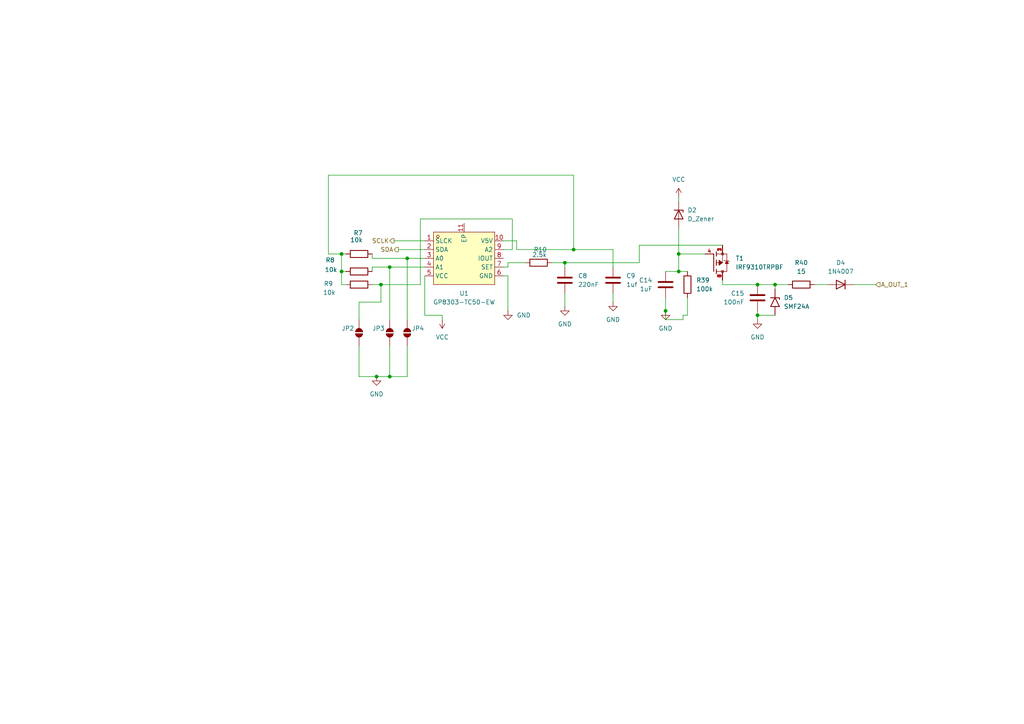
<source format=kicad_sch>
(kicad_sch
	(version 20250114)
	(generator "eeschema")
	(generator_version "9.0")
	(uuid "ec3340e7-832e-4a6e-be2b-cb0c55614c4e")
	(paper "A4")
	(lib_symbols
		(symbol "Device:C"
			(pin_numbers
				(hide yes)
			)
			(pin_names
				(offset 0.254)
			)
			(exclude_from_sim no)
			(in_bom yes)
			(on_board yes)
			(property "Reference" "C"
				(at 0.635 2.54 0)
				(effects
					(font
						(size 1.27 1.27)
					)
					(justify left)
				)
			)
			(property "Value" "C"
				(at 0.635 -2.54 0)
				(effects
					(font
						(size 1.27 1.27)
					)
					(justify left)
				)
			)
			(property "Footprint" ""
				(at 0.9652 -3.81 0)
				(effects
					(font
						(size 1.27 1.27)
					)
					(hide yes)
				)
			)
			(property "Datasheet" "~"
				(at 0 0 0)
				(effects
					(font
						(size 1.27 1.27)
					)
					(hide yes)
				)
			)
			(property "Description" "Unpolarized capacitor"
				(at 0 0 0)
				(effects
					(font
						(size 1.27 1.27)
					)
					(hide yes)
				)
			)
			(property "ki_keywords" "cap capacitor"
				(at 0 0 0)
				(effects
					(font
						(size 1.27 1.27)
					)
					(hide yes)
				)
			)
			(property "ki_fp_filters" "C_*"
				(at 0 0 0)
				(effects
					(font
						(size 1.27 1.27)
					)
					(hide yes)
				)
			)
			(symbol "C_0_1"
				(polyline
					(pts
						(xy -2.032 0.762) (xy 2.032 0.762)
					)
					(stroke
						(width 0.508)
						(type default)
					)
					(fill
						(type none)
					)
				)
				(polyline
					(pts
						(xy -2.032 -0.762) (xy 2.032 -0.762)
					)
					(stroke
						(width 0.508)
						(type default)
					)
					(fill
						(type none)
					)
				)
			)
			(symbol "C_1_1"
				(pin passive line
					(at 0 3.81 270)
					(length 2.794)
					(name "~"
						(effects
							(font
								(size 1.27 1.27)
							)
						)
					)
					(number "1"
						(effects
							(font
								(size 1.27 1.27)
							)
						)
					)
				)
				(pin passive line
					(at 0 -3.81 90)
					(length 2.794)
					(name "~"
						(effects
							(font
								(size 1.27 1.27)
							)
						)
					)
					(number "2"
						(effects
							(font
								(size 1.27 1.27)
							)
						)
					)
				)
			)
			(embedded_fonts no)
		)
		(symbol "Device:D_Zener"
			(pin_numbers
				(hide yes)
			)
			(pin_names
				(offset 1.016)
				(hide yes)
			)
			(exclude_from_sim no)
			(in_bom yes)
			(on_board yes)
			(property "Reference" "D"
				(at 0 2.54 0)
				(effects
					(font
						(size 1.27 1.27)
					)
				)
			)
			(property "Value" "D_Zener"
				(at 0 -2.54 0)
				(effects
					(font
						(size 1.27 1.27)
					)
				)
			)
			(property "Footprint" ""
				(at 0 0 0)
				(effects
					(font
						(size 1.27 1.27)
					)
					(hide yes)
				)
			)
			(property "Datasheet" "~"
				(at 0 0 0)
				(effects
					(font
						(size 1.27 1.27)
					)
					(hide yes)
				)
			)
			(property "Description" "Zener diode"
				(at 0 0 0)
				(effects
					(font
						(size 1.27 1.27)
					)
					(hide yes)
				)
			)
			(property "ki_keywords" "diode"
				(at 0 0 0)
				(effects
					(font
						(size 1.27 1.27)
					)
					(hide yes)
				)
			)
			(property "ki_fp_filters" "TO-???* *_Diode_* *SingleDiode* D_*"
				(at 0 0 0)
				(effects
					(font
						(size 1.27 1.27)
					)
					(hide yes)
				)
			)
			(symbol "D_Zener_0_1"
				(polyline
					(pts
						(xy -1.27 -1.27) (xy -1.27 1.27) (xy -0.762 1.27)
					)
					(stroke
						(width 0.254)
						(type default)
					)
					(fill
						(type none)
					)
				)
				(polyline
					(pts
						(xy 1.27 0) (xy -1.27 0)
					)
					(stroke
						(width 0)
						(type default)
					)
					(fill
						(type none)
					)
				)
				(polyline
					(pts
						(xy 1.27 -1.27) (xy 1.27 1.27) (xy -1.27 0) (xy 1.27 -1.27)
					)
					(stroke
						(width 0.254)
						(type default)
					)
					(fill
						(type none)
					)
				)
			)
			(symbol "D_Zener_1_1"
				(pin passive line
					(at -3.81 0 0)
					(length 2.54)
					(name "K"
						(effects
							(font
								(size 1.27 1.27)
							)
						)
					)
					(number "1"
						(effects
							(font
								(size 1.27 1.27)
							)
						)
					)
				)
				(pin passive line
					(at 3.81 0 180)
					(length 2.54)
					(name "A"
						(effects
							(font
								(size 1.27 1.27)
							)
						)
					)
					(number "2"
						(effects
							(font
								(size 1.27 1.27)
							)
						)
					)
				)
			)
			(embedded_fonts no)
		)
		(symbol "Device:R"
			(pin_numbers
				(hide yes)
			)
			(pin_names
				(offset 0)
			)
			(exclude_from_sim no)
			(in_bom yes)
			(on_board yes)
			(property "Reference" "R"
				(at 2.032 0 90)
				(effects
					(font
						(size 1.27 1.27)
					)
				)
			)
			(property "Value" "R"
				(at 0 0 90)
				(effects
					(font
						(size 1.27 1.27)
					)
				)
			)
			(property "Footprint" ""
				(at -1.778 0 90)
				(effects
					(font
						(size 1.27 1.27)
					)
					(hide yes)
				)
			)
			(property "Datasheet" "~"
				(at 0 0 0)
				(effects
					(font
						(size 1.27 1.27)
					)
					(hide yes)
				)
			)
			(property "Description" "Resistor"
				(at 0 0 0)
				(effects
					(font
						(size 1.27 1.27)
					)
					(hide yes)
				)
			)
			(property "ki_keywords" "R res resistor"
				(at 0 0 0)
				(effects
					(font
						(size 1.27 1.27)
					)
					(hide yes)
				)
			)
			(property "ki_fp_filters" "R_*"
				(at 0 0 0)
				(effects
					(font
						(size 1.27 1.27)
					)
					(hide yes)
				)
			)
			(symbol "R_0_1"
				(rectangle
					(start -1.016 -2.54)
					(end 1.016 2.54)
					(stroke
						(width 0.254)
						(type default)
					)
					(fill
						(type none)
					)
				)
			)
			(symbol "R_1_1"
				(pin passive line
					(at 0 3.81 270)
					(length 1.27)
					(name "~"
						(effects
							(font
								(size 1.27 1.27)
							)
						)
					)
					(number "1"
						(effects
							(font
								(size 1.27 1.27)
							)
						)
					)
				)
				(pin passive line
					(at 0 -3.81 90)
					(length 1.27)
					(name "~"
						(effects
							(font
								(size 1.27 1.27)
							)
						)
					)
					(number "2"
						(effects
							(font
								(size 1.27 1.27)
							)
						)
					)
				)
			)
			(embedded_fonts no)
		)
		(symbol "Diode:1N4007"
			(pin_numbers
				(hide yes)
			)
			(pin_names
				(hide yes)
			)
			(exclude_from_sim no)
			(in_bom yes)
			(on_board yes)
			(property "Reference" "D"
				(at 0 2.54 0)
				(effects
					(font
						(size 1.27 1.27)
					)
				)
			)
			(property "Value" "1N4007"
				(at 0 -2.54 0)
				(effects
					(font
						(size 1.27 1.27)
					)
				)
			)
			(property "Footprint" "Diode_THT:D_DO-41_SOD81_P10.16mm_Horizontal"
				(at 0 -4.445 0)
				(effects
					(font
						(size 1.27 1.27)
					)
					(hide yes)
				)
			)
			(property "Datasheet" "http://www.vishay.com/docs/88503/1n4001.pdf"
				(at 0 0 0)
				(effects
					(font
						(size 1.27 1.27)
					)
					(hide yes)
				)
			)
			(property "Description" "1000V 1A General Purpose Rectifier Diode, DO-41"
				(at 0 0 0)
				(effects
					(font
						(size 1.27 1.27)
					)
					(hide yes)
				)
			)
			(property "Sim.Device" "D"
				(at 0 0 0)
				(effects
					(font
						(size 1.27 1.27)
					)
					(hide yes)
				)
			)
			(property "Sim.Pins" "1=K 2=A"
				(at 0 0 0)
				(effects
					(font
						(size 1.27 1.27)
					)
					(hide yes)
				)
			)
			(property "ki_keywords" "diode"
				(at 0 0 0)
				(effects
					(font
						(size 1.27 1.27)
					)
					(hide yes)
				)
			)
			(property "ki_fp_filters" "D*DO?41*"
				(at 0 0 0)
				(effects
					(font
						(size 1.27 1.27)
					)
					(hide yes)
				)
			)
			(symbol "1N4007_0_1"
				(polyline
					(pts
						(xy -1.27 1.27) (xy -1.27 -1.27)
					)
					(stroke
						(width 0.254)
						(type default)
					)
					(fill
						(type none)
					)
				)
				(polyline
					(pts
						(xy 1.27 1.27) (xy 1.27 -1.27) (xy -1.27 0) (xy 1.27 1.27)
					)
					(stroke
						(width 0.254)
						(type default)
					)
					(fill
						(type none)
					)
				)
				(polyline
					(pts
						(xy 1.27 0) (xy -1.27 0)
					)
					(stroke
						(width 0)
						(type default)
					)
					(fill
						(type none)
					)
				)
			)
			(symbol "1N4007_1_1"
				(pin passive line
					(at -3.81 0 0)
					(length 2.54)
					(name "K"
						(effects
							(font
								(size 1.27 1.27)
							)
						)
					)
					(number "1"
						(effects
							(font
								(size 1.27 1.27)
							)
						)
					)
				)
				(pin passive line
					(at 3.81 0 180)
					(length 2.54)
					(name "A"
						(effects
							(font
								(size 1.27 1.27)
							)
						)
					)
					(number "2"
						(effects
							(font
								(size 1.27 1.27)
							)
						)
					)
				)
			)
			(embedded_fonts no)
		)
		(symbol "Diode:SMF24A"
			(pin_numbers
				(hide yes)
			)
			(pin_names
				(offset 1.016)
				(hide yes)
			)
			(exclude_from_sim no)
			(in_bom yes)
			(on_board yes)
			(property "Reference" "D"
				(at 0 2.54 0)
				(effects
					(font
						(size 1.27 1.27)
					)
				)
			)
			(property "Value" "SMF24A"
				(at 0 -2.54 0)
				(effects
					(font
						(size 1.27 1.27)
					)
				)
			)
			(property "Footprint" "Diode_SMD:D_SMF"
				(at 0 -5.08 0)
				(effects
					(font
						(size 1.27 1.27)
					)
					(hide yes)
				)
			)
			(property "Datasheet" "https://www.vishay.com/doc?85881"
				(at -1.27 0 0)
				(effects
					(font
						(size 1.27 1.27)
					)
					(hide yes)
				)
			)
			(property "Description" "200W unidirectional Transil Transient Voltage Suppressor, 24Vrwm, SMF"
				(at 0 0 0)
				(effects
					(font
						(size 1.27 1.27)
					)
					(hide yes)
				)
			)
			(property "ki_keywords" "diode TVS voltage suppressor"
				(at 0 0 0)
				(effects
					(font
						(size 1.27 1.27)
					)
					(hide yes)
				)
			)
			(property "ki_fp_filters" "D*SMF*"
				(at 0 0 0)
				(effects
					(font
						(size 1.27 1.27)
					)
					(hide yes)
				)
			)
			(symbol "SMF24A_0_1"
				(polyline
					(pts
						(xy -0.762 1.27) (xy -1.27 1.27) (xy -1.27 -1.27)
					)
					(stroke
						(width 0.254)
						(type default)
					)
					(fill
						(type none)
					)
				)
				(polyline
					(pts
						(xy 1.27 1.27) (xy 1.27 -1.27) (xy -1.27 0) (xy 1.27 1.27)
					)
					(stroke
						(width 0.254)
						(type default)
					)
					(fill
						(type none)
					)
				)
			)
			(symbol "SMF24A_1_1"
				(pin passive line
					(at -3.81 0 0)
					(length 2.54)
					(name "A1"
						(effects
							(font
								(size 1.27 1.27)
							)
						)
					)
					(number "1"
						(effects
							(font
								(size 1.27 1.27)
							)
						)
					)
				)
				(pin passive line
					(at 3.81 0 180)
					(length 2.54)
					(name "A2"
						(effects
							(font
								(size 1.27 1.27)
							)
						)
					)
					(number "2"
						(effects
							(font
								(size 1.27 1.27)
							)
						)
					)
				)
			)
			(embedded_fonts no)
		)
		(symbol "Jumper:SolderJumper_2_Open"
			(pin_numbers
				(hide yes)
			)
			(pin_names
				(offset 0)
				(hide yes)
			)
			(exclude_from_sim no)
			(in_bom no)
			(on_board yes)
			(property "Reference" "JP"
				(at 0 2.032 0)
				(effects
					(font
						(size 1.27 1.27)
					)
				)
			)
			(property "Value" "SolderJumper_2_Open"
				(at 0 -2.54 0)
				(effects
					(font
						(size 1.27 1.27)
					)
				)
			)
			(property "Footprint" ""
				(at 0 0 0)
				(effects
					(font
						(size 1.27 1.27)
					)
					(hide yes)
				)
			)
			(property "Datasheet" "~"
				(at 0 0 0)
				(effects
					(font
						(size 1.27 1.27)
					)
					(hide yes)
				)
			)
			(property "Description" "Solder Jumper, 2-pole, open"
				(at 0 0 0)
				(effects
					(font
						(size 1.27 1.27)
					)
					(hide yes)
				)
			)
			(property "ki_keywords" "solder jumper SPST"
				(at 0 0 0)
				(effects
					(font
						(size 1.27 1.27)
					)
					(hide yes)
				)
			)
			(property "ki_fp_filters" "SolderJumper*Open*"
				(at 0 0 0)
				(effects
					(font
						(size 1.27 1.27)
					)
					(hide yes)
				)
			)
			(symbol "SolderJumper_2_Open_0_1"
				(polyline
					(pts
						(xy -0.254 1.016) (xy -0.254 -1.016)
					)
					(stroke
						(width 0)
						(type default)
					)
					(fill
						(type none)
					)
				)
				(arc
					(start -0.254 -1.016)
					(mid -1.2656 0)
					(end -0.254 1.016)
					(stroke
						(width 0)
						(type default)
					)
					(fill
						(type none)
					)
				)
				(arc
					(start -0.254 -1.016)
					(mid -1.2656 0)
					(end -0.254 1.016)
					(stroke
						(width 0)
						(type default)
					)
					(fill
						(type outline)
					)
				)
				(arc
					(start 0.254 1.016)
					(mid 1.2656 0)
					(end 0.254 -1.016)
					(stroke
						(width 0)
						(type default)
					)
					(fill
						(type none)
					)
				)
				(arc
					(start 0.254 1.016)
					(mid 1.2656 0)
					(end 0.254 -1.016)
					(stroke
						(width 0)
						(type default)
					)
					(fill
						(type outline)
					)
				)
				(polyline
					(pts
						(xy 0.254 1.016) (xy 0.254 -1.016)
					)
					(stroke
						(width 0)
						(type default)
					)
					(fill
						(type none)
					)
				)
			)
			(symbol "SolderJumper_2_Open_1_1"
				(pin passive line
					(at -3.81 0 0)
					(length 2.54)
					(name "A"
						(effects
							(font
								(size 1.27 1.27)
							)
						)
					)
					(number "1"
						(effects
							(font
								(size 1.27 1.27)
							)
						)
					)
				)
				(pin passive line
					(at 3.81 0 180)
					(length 2.54)
					(name "B"
						(effects
							(font
								(size 1.27 1.27)
							)
						)
					)
					(number "2"
						(effects
							(font
								(size 1.27 1.27)
							)
						)
					)
				)
			)
			(embedded_fonts no)
		)
		(symbol "Riqi_Parts:IRF9310TRPBF"
			(pin_names
				(offset 1.016)
			)
			(exclude_from_sim no)
			(in_bom yes)
			(on_board yes)
			(property "Reference" "T"
				(at -6.35 -1.27 0)
				(effects
					(font
						(size 1.27 1.27)
					)
					(justify left bottom)
				)
			)
			(property "Value" "IRF9310TRPBF"
				(at -6.35 -3.81 0)
				(effects
					(font
						(size 1.27 1.27)
					)
					(justify left bottom)
				)
			)
			(property "Footprint" "IRF9310TRPBF:SO-8"
				(at 0 0 0)
				(effects
					(font
						(size 1.27 1.27)
					)
					(justify bottom)
					(hide yes)
				)
			)
			(property "Datasheet" ""
				(at 0 0 0)
				(effects
					(font
						(size 1.27 1.27)
					)
					(hide yes)
				)
			)
			(property "Description" ""
				(at 0 0 0)
				(effects
					(font
						(size 1.27 1.27)
					)
					(hide yes)
				)
			)
			(property "STATUS" "OK - Barboule"
				(at 0 0 0)
				(effects
					(font
						(size 1.27 1.27)
					)
					(justify bottom)
					(hide yes)
				)
			)
			(property "MF" "Infineon Technologies"
				(at 0 0 0)
				(effects
					(font
						(size 1.27 1.27)
					)
					(justify bottom)
					(hide yes)
				)
			)
			(property "Description_1" "IRF9310TRPBF P-channel MOSFET Transistor, 20 A, 30 V, 8-Pin SOIC | Infineon IRF9310TRPBF"
				(at 0 0 0)
				(effects
					(font
						(size 1.27 1.27)
					)
					(justify bottom)
					(hide yes)
				)
			)
			(property "Package" "SO-8 Infineon Technologies"
				(at 0 0 0)
				(effects
					(font
						(size 1.27 1.27)
					)
					(justify bottom)
					(hide yes)
				)
			)
			(property "Price" "None"
				(at 0 0 0)
				(effects
					(font
						(size 1.27 1.27)
					)
					(justify bottom)
					(hide yes)
				)
			)
			(property "Check_prices" "https://www.snapeda.com/parts/IRF9310TRPBF/Infineon/view-part/?ref=eda"
				(at 0 0 0)
				(effects
					(font
						(size 1.27 1.27)
					)
					(justify bottom)
					(hide yes)
				)
			)
			(property "SnapEDA_Link" "https://www.snapeda.com/parts/IRF9310TRPBF/Infineon/view-part/?ref=snap"
				(at 0 0 0)
				(effects
					(font
						(size 1.27 1.27)
					)
					(justify bottom)
					(hide yes)
				)
			)
			(property "MP" "IRF9310TRPBF"
				(at 0 0 0)
				(effects
					(font
						(size 1.27 1.27)
					)
					(justify bottom)
					(hide yes)
				)
			)
			(property "ERECA" "non géré"
				(at 0 0 0)
				(effects
					(font
						(size 1.27 1.27)
					)
					(justify bottom)
					(hide yes)
				)
			)
			(property "Availability" "In Stock"
				(at 0 0 0)
				(effects
					(font
						(size 1.27 1.27)
					)
					(justify bottom)
					(hide yes)
				)
			)
			(property "FABRICANT" "Infineon Technologies"
				(at 0 0 0)
				(effects
					(font
						(size 1.27 1.27)
					)
					(justify bottom)
					(hide yes)
				)
			)
			(symbol "IRF9310TRPBF_0_0"
				(polyline
					(pts
						(xy 0 -2.54) (xy 0 2.54)
					)
					(stroke
						(width 0.254)
						(type default)
					)
					(fill
						(type none)
					)
				)
				(polyline
					(pts
						(xy 0.762 2.54) (xy 0.762 3.175)
					)
					(stroke
						(width 0.254)
						(type default)
					)
					(fill
						(type none)
					)
				)
				(polyline
					(pts
						(xy 0.762 1.905) (xy 0.762 2.54)
					)
					(stroke
						(width 0.254)
						(type default)
					)
					(fill
						(type none)
					)
				)
				(polyline
					(pts
						(xy 0.762 0) (xy 0.762 0.762)
					)
					(stroke
						(width 0.254)
						(type default)
					)
					(fill
						(type none)
					)
				)
				(polyline
					(pts
						(xy 0.762 0) (xy 2.54 0)
					)
					(stroke
						(width 0.1524)
						(type default)
					)
					(fill
						(type none)
					)
				)
				(polyline
					(pts
						(xy 0.762 -0.762) (xy 0.762 0)
					)
					(stroke
						(width 0.254)
						(type default)
					)
					(fill
						(type none)
					)
				)
				(polyline
					(pts
						(xy 0.762 -2.54) (xy 0.762 -1.905)
					)
					(stroke
						(width 0.254)
						(type default)
					)
					(fill
						(type none)
					)
				)
				(polyline
					(pts
						(xy 0.762 -2.54) (xy 3.81 -2.54)
					)
					(stroke
						(width 0.1524)
						(type default)
					)
					(fill
						(type none)
					)
				)
				(polyline
					(pts
						(xy 0.762 -3.175) (xy 0.762 -2.54)
					)
					(stroke
						(width 0.254)
						(type default)
					)
					(fill
						(type none)
					)
				)
				(polyline
					(pts
						(xy 2.54 2.54) (xy 0.762 2.54)
					)
					(stroke
						(width 0.1524)
						(type default)
					)
					(fill
						(type none)
					)
				)
				(polyline
					(pts
						(xy 2.54 2.54) (xy 3.81 2.54)
					)
					(stroke
						(width 0.1524)
						(type default)
					)
					(fill
						(type none)
					)
				)
				(circle
					(center 2.54 2.54)
					(radius 0.3592)
					(stroke
						(width 0)
						(type default)
					)
					(fill
						(type none)
					)
				)
				(polyline
					(pts
						(xy 2.54 0) (xy 2.54 2.54)
					)
					(stroke
						(width 0.1524)
						(type default)
					)
					(fill
						(type none)
					)
				)
				(polyline
					(pts
						(xy 2.54 0) (xy 1.524 0.762) (xy 1.524 -0.762) (xy 2.54 0)
					)
					(stroke
						(width 0.1524)
						(type default)
					)
					(fill
						(type outline)
					)
				)
				(circle
					(center 2.54 -2.54)
					(radius 0.3592)
					(stroke
						(width 0)
						(type default)
					)
					(fill
						(type none)
					)
				)
				(polyline
					(pts
						(xy 3.048 0.762) (xy 3.302 0.508)
					)
					(stroke
						(width 0.1524)
						(type default)
					)
					(fill
						(type none)
					)
				)
				(polyline
					(pts
						(xy 3.302 0.508) (xy 3.81 0.508)
					)
					(stroke
						(width 0.1524)
						(type default)
					)
					(fill
						(type none)
					)
				)
				(polyline
					(pts
						(xy 3.81 0.508) (xy 3.81 2.54)
					)
					(stroke
						(width 0.1524)
						(type default)
					)
					(fill
						(type none)
					)
				)
				(polyline
					(pts
						(xy 3.81 0.508) (xy 4.318 0.508)
					)
					(stroke
						(width 0.1524)
						(type default)
					)
					(fill
						(type none)
					)
				)
				(polyline
					(pts
						(xy 3.81 0.508) (xy 4.318 -0.254) (xy 3.302 -0.254) (xy 3.81 0.508)
					)
					(stroke
						(width 0.1524)
						(type default)
					)
					(fill
						(type outline)
					)
				)
				(polyline
					(pts
						(xy 3.81 -2.54) (xy 3.81 0.508)
					)
					(stroke
						(width 0.1524)
						(type default)
					)
					(fill
						(type none)
					)
				)
				(polyline
					(pts
						(xy 4.318 0.508) (xy 4.572 0.254)
					)
					(stroke
						(width 0.1524)
						(type default)
					)
					(fill
						(type none)
					)
				)
				(pin passive line
					(at -2.54 2.54 0)
					(length 2.54)
					(name "~"
						(effects
							(font
								(size 1.016 1.016)
							)
						)
					)
					(number "4"
						(effects
							(font
								(size 1.016 1.016)
							)
						)
					)
				)
				(pin passive line
					(at 2.54 5.08 270)
					(length 2.54)
					(name "~"
						(effects
							(font
								(size 1.016 1.016)
							)
						)
					)
					(number "1"
						(effects
							(font
								(size 1.016 1.016)
							)
						)
					)
				)
				(pin passive line
					(at 2.54 5.08 270)
					(length 2.54)
					(name "~"
						(effects
							(font
								(size 1.016 1.016)
							)
						)
					)
					(number "2"
						(effects
							(font
								(size 1.016 1.016)
							)
						)
					)
				)
				(pin passive line
					(at 2.54 5.08 270)
					(length 2.54)
					(name "~"
						(effects
							(font
								(size 1.016 1.016)
							)
						)
					)
					(number "3"
						(effects
							(font
								(size 1.016 1.016)
							)
						)
					)
				)
				(pin passive line
					(at 2.54 -5.08 90)
					(length 2.54)
					(name "~"
						(effects
							(font
								(size 1.016 1.016)
							)
						)
					)
					(number "5"
						(effects
							(font
								(size 1.016 1.016)
							)
						)
					)
				)
				(pin passive line
					(at 2.54 -5.08 90)
					(length 2.54)
					(name "~"
						(effects
							(font
								(size 1.016 1.016)
							)
						)
					)
					(number "6"
						(effects
							(font
								(size 1.016 1.016)
							)
						)
					)
				)
				(pin passive line
					(at 2.54 -5.08 90)
					(length 2.54)
					(name "~"
						(effects
							(font
								(size 1.016 1.016)
							)
						)
					)
					(number "7"
						(effects
							(font
								(size 1.016 1.016)
							)
						)
					)
				)
				(pin passive line
					(at 2.54 -5.08 90)
					(length 2.54)
					(name "~"
						(effects
							(font
								(size 1.016 1.016)
							)
						)
					)
					(number "8"
						(effects
							(font
								(size 1.016 1.016)
							)
						)
					)
				)
			)
			(embedded_fonts no)
		)
		(symbol "easyeda2kicad:GP8303-TC50-EW"
			(exclude_from_sim no)
			(in_bom yes)
			(on_board yes)
			(property "Reference" "U"
				(at 0 15.24 0)
				(effects
					(font
						(size 1.27 1.27)
					)
				)
			)
			(property "Value" "GP8303-TC50-EW"
				(at 0 -10.16 0)
				(effects
					(font
						(size 1.27 1.27)
					)
				)
			)
			(property "Footprint" "easyeda2kicad:ESOP-10_L4.9-W3.9-P1.00-LS6.1-BL-EP"
				(at 0 -12.7 0)
				(effects
					(font
						(size 1.27 1.27)
					)
					(hide yes)
				)
			)
			(property "Datasheet" ""
				(at 0 0 0)
				(effects
					(font
						(size 1.27 1.27)
					)
					(hide yes)
				)
			)
			(property "Description" ""
				(at 0 0 0)
				(effects
					(font
						(size 1.27 1.27)
					)
					(hide yes)
				)
			)
			(property "LCSC Part" "C3445809"
				(at 0 -15.24 0)
				(effects
					(font
						(size 1.27 1.27)
					)
					(hide yes)
				)
			)
			(symbol "GP8303-TC50-EW_0_1"
				(rectangle
					(start -8.89 7.62)
					(end 8.89 -7.62)
					(stroke
						(width 0)
						(type default)
					)
					(fill
						(type background)
					)
				)
				(circle
					(center -7.62 6.35)
					(radius 0.38)
					(stroke
						(width 0)
						(type default)
					)
					(fill
						(type none)
					)
				)
				(pin unspecified line
					(at -11.43 5.08 0)
					(length 2.54)
					(name "SLCK"
						(effects
							(font
								(size 1.27 1.27)
							)
						)
					)
					(number "1"
						(effects
							(font
								(size 1.27 1.27)
							)
						)
					)
				)
				(pin unspecified line
					(at -11.43 2.54 0)
					(length 2.54)
					(name "SDA"
						(effects
							(font
								(size 1.27 1.27)
							)
						)
					)
					(number "2"
						(effects
							(font
								(size 1.27 1.27)
							)
						)
					)
				)
				(pin unspecified line
					(at -11.43 0 0)
					(length 2.54)
					(name "A0"
						(effects
							(font
								(size 1.27 1.27)
							)
						)
					)
					(number "3"
						(effects
							(font
								(size 1.27 1.27)
							)
						)
					)
				)
				(pin unspecified line
					(at -11.43 -2.54 0)
					(length 2.54)
					(name "A1"
						(effects
							(font
								(size 1.27 1.27)
							)
						)
					)
					(number "4"
						(effects
							(font
								(size 1.27 1.27)
							)
						)
					)
				)
				(pin unspecified line
					(at -11.43 -5.08 0)
					(length 2.54)
					(name "VCC"
						(effects
							(font
								(size 1.27 1.27)
							)
						)
					)
					(number "5"
						(effects
							(font
								(size 1.27 1.27)
							)
						)
					)
				)
				(pin unspecified line
					(at 0 10.16 270)
					(length 2.54)
					(name "EP"
						(effects
							(font
								(size 1.27 1.27)
							)
						)
					)
					(number "11"
						(effects
							(font
								(size 1.27 1.27)
							)
						)
					)
				)
				(pin unspecified line
					(at 11.43 5.08 180)
					(length 2.54)
					(name "V5V"
						(effects
							(font
								(size 1.27 1.27)
							)
						)
					)
					(number "10"
						(effects
							(font
								(size 1.27 1.27)
							)
						)
					)
				)
				(pin unspecified line
					(at 11.43 2.54 180)
					(length 2.54)
					(name "A2"
						(effects
							(font
								(size 1.27 1.27)
							)
						)
					)
					(number "9"
						(effects
							(font
								(size 1.27 1.27)
							)
						)
					)
				)
				(pin unspecified line
					(at 11.43 0 180)
					(length 2.54)
					(name "IOUT"
						(effects
							(font
								(size 1.27 1.27)
							)
						)
					)
					(number "8"
						(effects
							(font
								(size 1.27 1.27)
							)
						)
					)
				)
				(pin unspecified line
					(at 11.43 -2.54 180)
					(length 2.54)
					(name "SET"
						(effects
							(font
								(size 1.27 1.27)
							)
						)
					)
					(number "7"
						(effects
							(font
								(size 1.27 1.27)
							)
						)
					)
				)
				(pin unspecified line
					(at 11.43 -5.08 180)
					(length 2.54)
					(name "GND"
						(effects
							(font
								(size 1.27 1.27)
							)
						)
					)
					(number "6"
						(effects
							(font
								(size 1.27 1.27)
							)
						)
					)
				)
			)
			(embedded_fonts no)
		)
		(symbol "power:GND"
			(power)
			(pin_numbers
				(hide yes)
			)
			(pin_names
				(offset 0)
				(hide yes)
			)
			(exclude_from_sim no)
			(in_bom yes)
			(on_board yes)
			(property "Reference" "#PWR"
				(at 0 -6.35 0)
				(effects
					(font
						(size 1.27 1.27)
					)
					(hide yes)
				)
			)
			(property "Value" "GND"
				(at 0 -3.81 0)
				(effects
					(font
						(size 1.27 1.27)
					)
				)
			)
			(property "Footprint" ""
				(at 0 0 0)
				(effects
					(font
						(size 1.27 1.27)
					)
					(hide yes)
				)
			)
			(property "Datasheet" ""
				(at 0 0 0)
				(effects
					(font
						(size 1.27 1.27)
					)
					(hide yes)
				)
			)
			(property "Description" "Power symbol creates a global label with name \"GND\" , ground"
				(at 0 0 0)
				(effects
					(font
						(size 1.27 1.27)
					)
					(hide yes)
				)
			)
			(property "ki_keywords" "global power"
				(at 0 0 0)
				(effects
					(font
						(size 1.27 1.27)
					)
					(hide yes)
				)
			)
			(symbol "GND_0_1"
				(polyline
					(pts
						(xy 0 0) (xy 0 -1.27) (xy 1.27 -1.27) (xy 0 -2.54) (xy -1.27 -1.27) (xy 0 -1.27)
					)
					(stroke
						(width 0)
						(type default)
					)
					(fill
						(type none)
					)
				)
			)
			(symbol "GND_1_1"
				(pin power_in line
					(at 0 0 270)
					(length 0)
					(name "~"
						(effects
							(font
								(size 1.27 1.27)
							)
						)
					)
					(number "1"
						(effects
							(font
								(size 1.27 1.27)
							)
						)
					)
				)
			)
			(embedded_fonts no)
		)
		(symbol "power:VCC"
			(power)
			(pin_numbers
				(hide yes)
			)
			(pin_names
				(offset 0)
				(hide yes)
			)
			(exclude_from_sim no)
			(in_bom yes)
			(on_board yes)
			(property "Reference" "#PWR"
				(at 0 -3.81 0)
				(effects
					(font
						(size 1.27 1.27)
					)
					(hide yes)
				)
			)
			(property "Value" "VCC"
				(at 0 3.556 0)
				(effects
					(font
						(size 1.27 1.27)
					)
				)
			)
			(property "Footprint" ""
				(at 0 0 0)
				(effects
					(font
						(size 1.27 1.27)
					)
					(hide yes)
				)
			)
			(property "Datasheet" ""
				(at 0 0 0)
				(effects
					(font
						(size 1.27 1.27)
					)
					(hide yes)
				)
			)
			(property "Description" "Power symbol creates a global label with name \"VCC\""
				(at 0 0 0)
				(effects
					(font
						(size 1.27 1.27)
					)
					(hide yes)
				)
			)
			(property "ki_keywords" "global power"
				(at 0 0 0)
				(effects
					(font
						(size 1.27 1.27)
					)
					(hide yes)
				)
			)
			(symbol "VCC_0_1"
				(polyline
					(pts
						(xy -0.762 1.27) (xy 0 2.54)
					)
					(stroke
						(width 0)
						(type default)
					)
					(fill
						(type none)
					)
				)
				(polyline
					(pts
						(xy 0 2.54) (xy 0.762 1.27)
					)
					(stroke
						(width 0)
						(type default)
					)
					(fill
						(type none)
					)
				)
				(polyline
					(pts
						(xy 0 0) (xy 0 2.54)
					)
					(stroke
						(width 0)
						(type default)
					)
					(fill
						(type none)
					)
				)
			)
			(symbol "VCC_1_1"
				(pin power_in line
					(at 0 0 90)
					(length 0)
					(name "~"
						(effects
							(font
								(size 1.27 1.27)
							)
						)
					)
					(number "1"
						(effects
							(font
								(size 1.27 1.27)
							)
						)
					)
				)
			)
			(embedded_fonts no)
		)
	)
	(junction
		(at 113.03 109.22)
		(diameter 0)
		(color 0 0 0 0)
		(uuid "0d53b8c0-f10e-4496-ab4f-e70ca37c2910")
	)
	(junction
		(at 193.04 90.17)
		(diameter 0)
		(color 0 0 0 0)
		(uuid "17053510-c4a5-4a5a-9bb0-1ab758539563")
	)
	(junction
		(at 99.06 73.66)
		(diameter 0)
		(color 0 0 0 0)
		(uuid "3e209e40-f03a-4a6a-b5ea-e7657e784f7d")
	)
	(junction
		(at 196.85 73.66)
		(diameter 0)
		(color 0 0 0 0)
		(uuid "586103aa-634e-4ba8-9b3e-4b430311d4dc")
	)
	(junction
		(at 219.71 82.55)
		(diameter 0)
		(color 0 0 0 0)
		(uuid "6362f238-5b58-4698-baff-4bff310b2f90")
	)
	(junction
		(at 113.03 77.47)
		(diameter 0)
		(color 0 0 0 0)
		(uuid "83193530-820b-4af4-987d-01f8789ae1b0")
	)
	(junction
		(at 196.85 78.74)
		(diameter 0)
		(color 0 0 0 0)
		(uuid "866331c8-6dda-4023-a31e-db35c7e68ffc")
	)
	(junction
		(at 163.83 76.2)
		(diameter 0)
		(color 0 0 0 0)
		(uuid "883659e4-a472-4829-a2ef-4fb726f02b3c")
	)
	(junction
		(at 109.22 109.22)
		(diameter 0)
		(color 0 0 0 0)
		(uuid "99612b6e-b692-4552-b351-4921e6a3991f")
	)
	(junction
		(at 110.49 82.55)
		(diameter 0)
		(color 0 0 0 0)
		(uuid "b40fb46e-6ad4-4b62-91d3-8f8b2e9c6e48")
	)
	(junction
		(at 224.79 82.55)
		(diameter 0)
		(color 0 0 0 0)
		(uuid "be660a90-9346-4a7b-80ad-4019ee0246c0")
	)
	(junction
		(at 219.71 91.44)
		(diameter 0)
		(color 0 0 0 0)
		(uuid "d690c41e-8710-4ee4-b21d-a20f5f3c7dd5")
	)
	(junction
		(at 166.37 72.39)
		(diameter 0)
		(color 0 0 0 0)
		(uuid "ea95994f-a09f-460a-a005-16f5d4dede49")
	)
	(junction
		(at 99.06 78.74)
		(diameter 0)
		(color 0 0 0 0)
		(uuid "f6735a51-10e9-4f59-b252-f66dea1d0a95")
	)
	(junction
		(at 118.11 74.93)
		(diameter 0)
		(color 0 0 0 0)
		(uuid "f9add72f-0146-44a4-81f9-df14581194a7")
	)
	(wire
		(pts
			(xy 193.04 92.71) (xy 198.12 92.71)
		)
		(stroke
			(width 0)
			(type default)
		)
		(uuid "0b17459c-c93a-4d03-a806-b9e4cce7ead1")
	)
	(wire
		(pts
			(xy 121.92 63.5) (xy 121.92 82.55)
		)
		(stroke
			(width 0)
			(type default)
		)
		(uuid "0f988dbe-3158-4679-a629-6dfeff2c6145")
	)
	(wire
		(pts
			(xy 118.11 100.33) (xy 118.11 109.22)
		)
		(stroke
			(width 0)
			(type default)
		)
		(uuid "11766cfd-1c97-4c5e-8eaa-bd4426e2733b")
	)
	(wire
		(pts
			(xy 193.04 86.36) (xy 193.04 90.17)
		)
		(stroke
			(width 0)
			(type default)
		)
		(uuid "11c360d0-a5fd-4450-bc07-d475f426d3a6")
	)
	(wire
		(pts
			(xy 146.05 80.01) (xy 147.32 80.01)
		)
		(stroke
			(width 0)
			(type default)
		)
		(uuid "1b696d3a-daf4-4676-bab1-60092e4c6c1f")
	)
	(wire
		(pts
			(xy 99.06 73.66) (xy 99.06 78.74)
		)
		(stroke
			(width 0)
			(type default)
		)
		(uuid "1b9a1038-f67b-4ddd-a89c-249c1cd0c8b7")
	)
	(wire
		(pts
			(xy 118.11 92.71) (xy 118.11 74.93)
		)
		(stroke
			(width 0)
			(type default)
		)
		(uuid "1c8a3f7b-7425-4203-aac6-0cbfa5ca9402")
	)
	(wire
		(pts
			(xy 113.03 100.33) (xy 113.03 109.22)
		)
		(stroke
			(width 0)
			(type default)
		)
		(uuid "1ecadba2-6171-4fb3-b68a-ed7bbaec41ea")
	)
	(wire
		(pts
			(xy 99.06 73.66) (xy 95.25 73.66)
		)
		(stroke
			(width 0)
			(type default)
		)
		(uuid "21e3a376-cacc-4e00-9635-3ceb8e982b09")
	)
	(wire
		(pts
			(xy 100.33 78.74) (xy 99.06 78.74)
		)
		(stroke
			(width 0)
			(type default)
		)
		(uuid "24acdb54-1a86-4ee1-bacc-cc1385fd1a69")
	)
	(wire
		(pts
			(xy 123.19 80.01) (xy 123.19 91.44)
		)
		(stroke
			(width 0)
			(type default)
		)
		(uuid "26398178-bd8e-47da-88f8-4c6d10419ede")
	)
	(wire
		(pts
			(xy 149.86 69.85) (xy 149.86 72.39)
		)
		(stroke
			(width 0)
			(type default)
		)
		(uuid "2af8bd6e-6bbe-4725-96cd-e79a44694b15")
	)
	(wire
		(pts
			(xy 95.25 73.66) (xy 95.25 50.8)
		)
		(stroke
			(width 0)
			(type default)
		)
		(uuid "2b1fde63-3d2f-4086-8e25-65cac7fd8517")
	)
	(wire
		(pts
			(xy 166.37 72.39) (xy 149.86 72.39)
		)
		(stroke
			(width 0)
			(type default)
		)
		(uuid "338e2c6d-7339-4a92-8fb1-ff066fc97b5e")
	)
	(wire
		(pts
			(xy 113.03 109.22) (xy 109.22 109.22)
		)
		(stroke
			(width 0)
			(type default)
		)
		(uuid "35dd79be-22ef-40c3-b221-198c6c7fcb12")
	)
	(wire
		(pts
			(xy 209.55 82.55) (xy 219.71 82.55)
		)
		(stroke
			(width 0)
			(type default)
		)
		(uuid "37915965-7061-4974-8c41-a4a7d1a4bb7f")
	)
	(wire
		(pts
			(xy 163.83 85.09) (xy 163.83 88.9)
		)
		(stroke
			(width 0)
			(type default)
		)
		(uuid "3bd828a2-5c27-4107-b6a5-8e405ad33833")
	)
	(wire
		(pts
			(xy 199.39 78.74) (xy 196.85 78.74)
		)
		(stroke
			(width 0)
			(type default)
		)
		(uuid "3ea673b2-b0d4-4936-a1b2-06a203ec8ed9")
	)
	(wire
		(pts
			(xy 115.57 72.39) (xy 123.19 72.39)
		)
		(stroke
			(width 0)
			(type default)
		)
		(uuid "420458cb-d5b2-46ab-a5c8-b1a652a59449")
	)
	(wire
		(pts
			(xy 196.85 73.66) (xy 204.47 73.66)
		)
		(stroke
			(width 0)
			(type default)
		)
		(uuid "4a2a26ff-dd6f-4329-8f53-e4e0a22c9146")
	)
	(wire
		(pts
			(xy 100.33 73.66) (xy 99.06 73.66)
		)
		(stroke
			(width 0)
			(type default)
		)
		(uuid "4c033198-c01a-4690-a25f-5801635d5d25")
	)
	(wire
		(pts
			(xy 160.02 76.2) (xy 163.83 76.2)
		)
		(stroke
			(width 0)
			(type default)
		)
		(uuid "504107d3-72a4-4f4e-b4c6-53ff62ee5ad3")
	)
	(wire
		(pts
			(xy 100.33 82.55) (xy 99.06 82.55)
		)
		(stroke
			(width 0)
			(type default)
		)
		(uuid "5670b426-4140-48a3-a9f2-12dfea1fbf90")
	)
	(wire
		(pts
			(xy 219.71 90.17) (xy 219.71 91.44)
		)
		(stroke
			(width 0)
			(type default)
		)
		(uuid "572554c5-fa29-4e02-ac92-1e97686e664e")
	)
	(wire
		(pts
			(xy 128.27 91.44) (xy 128.27 92.71)
		)
		(stroke
			(width 0)
			(type default)
		)
		(uuid "5cebd01e-5bfd-490a-8883-15ea09ef9ce9")
	)
	(wire
		(pts
			(xy 104.14 87.63) (xy 110.49 87.63)
		)
		(stroke
			(width 0)
			(type default)
		)
		(uuid "634a4eab-9faf-4a2f-b6cf-e14d0a33e00a")
	)
	(wire
		(pts
			(xy 118.11 74.93) (xy 123.19 74.93)
		)
		(stroke
			(width 0)
			(type default)
		)
		(uuid "6735459a-26ff-4e3e-984c-333174081ef9")
	)
	(wire
		(pts
			(xy 107.95 74.93) (xy 118.11 74.93)
		)
		(stroke
			(width 0)
			(type default)
		)
		(uuid "68230e32-df37-4de0-ad5c-9f244922b314")
	)
	(wire
		(pts
			(xy 219.71 91.44) (xy 219.71 92.71)
		)
		(stroke
			(width 0)
			(type default)
		)
		(uuid "6a245314-f205-482a-929b-5eaddab9b506")
	)
	(wire
		(pts
			(xy 147.32 77.47) (xy 147.32 76.2)
		)
		(stroke
			(width 0)
			(type default)
		)
		(uuid "6c565164-eb47-40ae-9a2b-6f88ea4aca63")
	)
	(wire
		(pts
			(xy 198.12 91.44) (xy 199.39 91.44)
		)
		(stroke
			(width 0)
			(type default)
		)
		(uuid "6d8614b9-a2d0-4645-aabe-fa179a15ed33")
	)
	(wire
		(pts
			(xy 104.14 100.33) (xy 104.14 109.22)
		)
		(stroke
			(width 0)
			(type default)
		)
		(uuid "7733e7f3-da4c-4b7b-9858-6fdc424c6dfc")
	)
	(wire
		(pts
			(xy 147.32 76.2) (xy 152.4 76.2)
		)
		(stroke
			(width 0)
			(type default)
		)
		(uuid "79b0fe5d-2ea1-4d2d-8077-9089fdf529c0")
	)
	(wire
		(pts
			(xy 196.85 66.04) (xy 196.85 73.66)
		)
		(stroke
			(width 0)
			(type default)
		)
		(uuid "7bd42bd7-829d-40bb-bcc4-d19253875e42")
	)
	(wire
		(pts
			(xy 219.71 82.55) (xy 224.79 82.55)
		)
		(stroke
			(width 0)
			(type default)
		)
		(uuid "86004d87-e98b-4bb4-a456-30a3b3ace9ac")
	)
	(wire
		(pts
			(xy 199.39 91.44) (xy 199.39 86.36)
		)
		(stroke
			(width 0)
			(type default)
		)
		(uuid "9034c565-cf22-4016-8f45-0a3329e86ae9")
	)
	(wire
		(pts
			(xy 114.3 69.85) (xy 123.19 69.85)
		)
		(stroke
			(width 0)
			(type default)
		)
		(uuid "90d75149-4dae-49a4-b3c4-0e3242d18d94")
	)
	(wire
		(pts
			(xy 107.95 74.93) (xy 107.95 73.66)
		)
		(stroke
			(width 0)
			(type default)
		)
		(uuid "9356d2c3-e5b0-454f-ba53-aff5ff4bca46")
	)
	(wire
		(pts
			(xy 193.04 92.71) (xy 193.04 90.17)
		)
		(stroke
			(width 0)
			(type default)
		)
		(uuid "9acecaf7-d43e-4d4f-ac24-367d87893993")
	)
	(wire
		(pts
			(xy 113.03 77.47) (xy 123.19 77.47)
		)
		(stroke
			(width 0)
			(type default)
		)
		(uuid "9bccf93f-d5ba-4106-bb7a-c248e5fb0b7f")
	)
	(wire
		(pts
			(xy 254 82.55) (xy 247.65 82.55)
		)
		(stroke
			(width 0)
			(type default)
		)
		(uuid "9c8f7072-5203-4a74-8a68-8d803499e68b")
	)
	(wire
		(pts
			(xy 121.92 63.5) (xy 148.59 63.5)
		)
		(stroke
			(width 0)
			(type default)
		)
		(uuid "9df930e3-eef9-499d-9187-e4da9d6ae7a6")
	)
	(wire
		(pts
			(xy 224.79 82.55) (xy 228.6 82.55)
		)
		(stroke
			(width 0)
			(type default)
		)
		(uuid "9ebec419-1b4a-47df-8114-dcb1598eea37")
	)
	(wire
		(pts
			(xy 147.32 77.47) (xy 146.05 77.47)
		)
		(stroke
			(width 0)
			(type default)
		)
		(uuid "9f416441-e490-46c3-9e9f-53c52e7fcb70")
	)
	(wire
		(pts
			(xy 196.85 57.15) (xy 196.85 58.42)
		)
		(stroke
			(width 0)
			(type default)
		)
		(uuid "a23bddb1-cd01-4d87-8d32-9c528cf89824")
	)
	(wire
		(pts
			(xy 177.8 85.09) (xy 177.8 87.63)
		)
		(stroke
			(width 0)
			(type default)
		)
		(uuid "a7a99198-045c-440b-a724-1eef54bb255a")
	)
	(wire
		(pts
			(xy 99.06 82.55) (xy 99.06 78.74)
		)
		(stroke
			(width 0)
			(type default)
		)
		(uuid "a920135c-37f0-43e8-ae80-4324bad5ed36")
	)
	(wire
		(pts
			(xy 95.25 50.8) (xy 166.37 50.8)
		)
		(stroke
			(width 0)
			(type default)
		)
		(uuid "acdd31fb-85c3-46b7-af35-7edc6df40fae")
	)
	(wire
		(pts
			(xy 147.32 80.01) (xy 147.32 90.17)
		)
		(stroke
			(width 0)
			(type default)
		)
		(uuid "b40e5933-2181-4c22-82ea-725bed40286c")
	)
	(wire
		(pts
			(xy 104.14 109.22) (xy 109.22 109.22)
		)
		(stroke
			(width 0)
			(type default)
		)
		(uuid "b47b36bc-0b6d-47be-8e41-b0da8cb0456c")
	)
	(wire
		(pts
			(xy 148.59 72.39) (xy 146.05 72.39)
		)
		(stroke
			(width 0)
			(type default)
		)
		(uuid "b9bfb78d-d8d5-4cdc-b9c8-aeaea0f4bd9f")
	)
	(wire
		(pts
			(xy 163.83 76.2) (xy 163.83 77.47)
		)
		(stroke
			(width 0)
			(type default)
		)
		(uuid "bb04bfe6-a3b4-4581-8bae-f14fedd804ef")
	)
	(wire
		(pts
			(xy 148.59 63.5) (xy 148.59 72.39)
		)
		(stroke
			(width 0)
			(type default)
		)
		(uuid "bba6d008-11c0-4def-87d6-ba4f03bfc95b")
	)
	(wire
		(pts
			(xy 113.03 92.71) (xy 113.03 77.47)
		)
		(stroke
			(width 0)
			(type default)
		)
		(uuid "bedca900-96cf-441b-9eb5-a0364ec3f910")
	)
	(wire
		(pts
			(xy 236.22 82.55) (xy 240.03 82.55)
		)
		(stroke
			(width 0)
			(type default)
		)
		(uuid "c15af1f7-bafb-4f64-94d1-9438afd652bd")
	)
	(wire
		(pts
			(xy 107.95 82.55) (xy 110.49 82.55)
		)
		(stroke
			(width 0)
			(type default)
		)
		(uuid "c2166d52-f971-4371-bce7-caaaca60b650")
	)
	(wire
		(pts
			(xy 110.49 87.63) (xy 110.49 82.55)
		)
		(stroke
			(width 0)
			(type default)
		)
		(uuid "cb9e0ad8-2388-4965-9a99-3051ccd92e8c")
	)
	(wire
		(pts
			(xy 209.55 71.12) (xy 185.42 71.12)
		)
		(stroke
			(width 0)
			(type default)
		)
		(uuid "ccb962a9-3820-4d3a-94ae-b277986ff7f9")
	)
	(wire
		(pts
			(xy 224.79 82.55) (xy 224.79 83.82)
		)
		(stroke
			(width 0)
			(type default)
		)
		(uuid "cdf0685c-5a6e-42de-9f5e-d999b6135d22")
	)
	(wire
		(pts
			(xy 166.37 50.8) (xy 166.37 72.39)
		)
		(stroke
			(width 0)
			(type default)
		)
		(uuid "ce9218e3-c895-44c9-ab93-176dddeca4b1")
	)
	(wire
		(pts
			(xy 163.83 76.2) (xy 185.42 76.2)
		)
		(stroke
			(width 0)
			(type default)
		)
		(uuid "cf9006ad-289d-463f-8575-31d16661ec0a")
	)
	(wire
		(pts
			(xy 185.42 71.12) (xy 185.42 76.2)
		)
		(stroke
			(width 0)
			(type default)
		)
		(uuid "d330008f-1359-4506-bfd2-a39b6bba63fa")
	)
	(wire
		(pts
			(xy 196.85 78.74) (xy 196.85 73.66)
		)
		(stroke
			(width 0)
			(type default)
		)
		(uuid "d3a324e1-b9f5-48c5-9fe7-3240c29255d5")
	)
	(wire
		(pts
			(xy 118.11 109.22) (xy 113.03 109.22)
		)
		(stroke
			(width 0)
			(type default)
		)
		(uuid "d54e5e44-d5b3-42fe-81d9-a73e5dde1ca5")
	)
	(wire
		(pts
			(xy 123.19 91.44) (xy 128.27 91.44)
		)
		(stroke
			(width 0)
			(type default)
		)
		(uuid "d5ad0ff2-9b56-4fd3-9b9e-843e666c7b0d")
	)
	(wire
		(pts
			(xy 107.95 77.47) (xy 107.95 78.74)
		)
		(stroke
			(width 0)
			(type default)
		)
		(uuid "d6e09434-821d-4bf3-9f17-19f1f006bc21")
	)
	(wire
		(pts
			(xy 107.95 77.47) (xy 113.03 77.47)
		)
		(stroke
			(width 0)
			(type default)
		)
		(uuid "de880148-4b4a-4ad8-bf2e-87433a1f08a1")
	)
	(wire
		(pts
			(xy 198.12 92.71) (xy 198.12 91.44)
		)
		(stroke
			(width 0)
			(type default)
		)
		(uuid "e2c3d88d-2170-4188-b729-026f745d251e")
	)
	(wire
		(pts
			(xy 193.04 78.74) (xy 196.85 78.74)
		)
		(stroke
			(width 0)
			(type default)
		)
		(uuid "e6d349eb-63ba-401d-bce5-1802115812d4")
	)
	(wire
		(pts
			(xy 166.37 72.39) (xy 177.8 72.39)
		)
		(stroke
			(width 0)
			(type default)
		)
		(uuid "e751748d-927c-4730-ade4-7108967841d4")
	)
	(wire
		(pts
			(xy 104.14 92.71) (xy 104.14 87.63)
		)
		(stroke
			(width 0)
			(type default)
		)
		(uuid "ead34388-6d91-4738-a039-45fabd2f3616")
	)
	(wire
		(pts
			(xy 146.05 69.85) (xy 149.86 69.85)
		)
		(stroke
			(width 0)
			(type default)
		)
		(uuid "ead8890d-f076-40d5-9182-155e81624574")
	)
	(wire
		(pts
			(xy 219.71 91.44) (xy 224.79 91.44)
		)
		(stroke
			(width 0)
			(type default)
		)
		(uuid "eb2a5adb-3815-4ff2-9faf-017f5def6ef8")
	)
	(wire
		(pts
			(xy 110.49 82.55) (xy 121.92 82.55)
		)
		(stroke
			(width 0)
			(type default)
		)
		(uuid "ed1721c7-0432-419a-9680-6e4d9ee9e873")
	)
	(wire
		(pts
			(xy 209.55 81.28) (xy 209.55 82.55)
		)
		(stroke
			(width 0)
			(type default)
		)
		(uuid "fae05658-e3f4-46e7-ab0b-3aa5f464ff2a")
	)
	(wire
		(pts
			(xy 177.8 72.39) (xy 177.8 77.47)
		)
		(stroke
			(width 0)
			(type default)
		)
		(uuid "fbbbdd5d-5f4a-4925-83d3-d16265837150")
	)
	(hierarchical_label "SCLK"
		(shape output)
		(at 114.3 69.85 180)
		(effects
			(font
				(size 1.27 1.27)
			)
			(justify right)
		)
		(uuid "171b9ab0-c9cd-41af-8e74-e4ca853d7b88")
	)
	(hierarchical_label "A_OUT_1"
		(shape input)
		(at 254 82.55 0)
		(effects
			(font
				(size 1.27 1.27)
			)
			(justify left)
		)
		(uuid "baa6ad55-9a78-4555-826a-ce8891b0fd31")
	)
	(hierarchical_label "SDA"
		(shape output)
		(at 115.57 72.39 180)
		(effects
			(font
				(size 1.27 1.27)
			)
			(justify right)
		)
		(uuid "f138ea8b-1d2e-4722-9d3e-4a6205de5926")
	)
	(symbol
		(lib_id "Device:R")
		(at 232.41 82.55 90)
		(unit 1)
		(exclude_from_sim no)
		(in_bom yes)
		(on_board yes)
		(dnp no)
		(fields_autoplaced yes)
		(uuid "0178dbd2-2bb1-43a6-abf1-2418eb28a9d3")
		(property "Reference" "R40"
			(at 232.41 76.2 90)
			(effects
				(font
					(size 1.27 1.27)
				)
			)
		)
		(property "Value" "15"
			(at 232.41 78.74 90)
			(effects
				(font
					(size 1.27 1.27)
				)
			)
		)
		(property "Footprint" "PCM_Resistor_SMD_AKL:R_0603_1608Metric"
			(at 232.41 84.328 90)
			(effects
				(font
					(size 1.27 1.27)
				)
				(hide yes)
			)
		)
		(property "Datasheet" "~"
			(at 232.41 82.55 0)
			(effects
				(font
					(size 1.27 1.27)
				)
				(hide yes)
			)
		)
		(property "Description" "Resistor"
			(at 232.41 82.55 0)
			(effects
				(font
					(size 1.27 1.27)
				)
				(hide yes)
			)
		)
		(pin "2"
			(uuid "39ff41cd-b301-4558-b585-a552853c2a5a")
		)
		(pin "1"
			(uuid "6cc1d7cc-4ff6-4cf0-bbdb-20595d71afd3")
		)
		(instances
			(project "NIVARA PROJECT"
				(path "/dc6fb271-dfd0-4448-98f1-862b1cc93a80/2ca62569-d560-4cca-9470-52fd378086ae/913cb355-9a48-4e82-90ff-81877341ca56"
					(reference "R40")
					(unit 1)
				)
			)
		)
	)
	(symbol
		(lib_id "power:GND")
		(at 177.8 87.63 0)
		(unit 1)
		(exclude_from_sim no)
		(in_bom yes)
		(on_board yes)
		(dnp no)
		(fields_autoplaced yes)
		(uuid "1acbc532-123d-49be-84ad-990606d94c72")
		(property "Reference" "#PWR027"
			(at 177.8 93.98 0)
			(effects
				(font
					(size 1.27 1.27)
				)
				(hide yes)
			)
		)
		(property "Value" "GND"
			(at 177.8 92.71 0)
			(effects
				(font
					(size 1.27 1.27)
				)
			)
		)
		(property "Footprint" ""
			(at 177.8 87.63 0)
			(effects
				(font
					(size 1.27 1.27)
				)
				(hide yes)
			)
		)
		(property "Datasheet" ""
			(at 177.8 87.63 0)
			(effects
				(font
					(size 1.27 1.27)
				)
				(hide yes)
			)
		)
		(property "Description" "Power symbol creates a global label with name \"GND\" , ground"
			(at 177.8 87.63 0)
			(effects
				(font
					(size 1.27 1.27)
				)
				(hide yes)
			)
		)
		(pin "1"
			(uuid "4c9d9ae9-2480-415c-92d3-c144cebabd1b")
		)
		(instances
			(project "NIVARA PROJECT"
				(path "/dc6fb271-dfd0-4448-98f1-862b1cc93a80/2ca62569-d560-4cca-9470-52fd378086ae/913cb355-9a48-4e82-90ff-81877341ca56"
					(reference "#PWR027")
					(unit 1)
				)
			)
		)
	)
	(symbol
		(lib_id "Jumper:SolderJumper_2_Open")
		(at 104.14 96.52 90)
		(unit 1)
		(exclude_from_sim no)
		(in_bom no)
		(on_board yes)
		(dnp no)
		(uuid "22daffd1-b846-41af-9b9b-b3f0fa02674b")
		(property "Reference" "JP2"
			(at 99.06 95.25 90)
			(effects
				(font
					(size 1.27 1.27)
				)
				(justify right)
			)
		)
		(property "Value" "SolderJumper_2_Open"
			(at 106.68 97.7899 90)
			(effects
				(font
					(size 1.27 1.27)
				)
				(justify right)
				(hide yes)
			)
		)
		(property "Footprint" "Jumper:SolderJumper-2_P1.3mm_Open_RoundedPad1.0x1.5mm"
			(at 104.14 96.52 0)
			(effects
				(font
					(size 1.27 1.27)
				)
				(hide yes)
			)
		)
		(property "Datasheet" "~"
			(at 104.14 96.52 0)
			(effects
				(font
					(size 1.27 1.27)
				)
				(hide yes)
			)
		)
		(property "Description" "Solder Jumper, 2-pole, open"
			(at 104.14 96.52 0)
			(effects
				(font
					(size 1.27 1.27)
				)
				(hide yes)
			)
		)
		(pin "1"
			(uuid "c08637d0-acd3-4f45-a37b-a0fed5476216")
		)
		(pin "2"
			(uuid "e1724823-8f27-417b-acb7-6548523b9162")
		)
		(instances
			(project "NIVARA PROJECT"
				(path "/dc6fb271-dfd0-4448-98f1-862b1cc93a80/2ca62569-d560-4cca-9470-52fd378086ae/913cb355-9a48-4e82-90ff-81877341ca56"
					(reference "JP2")
					(unit 1)
				)
			)
		)
	)
	(symbol
		(lib_id "Diode:SMF24A")
		(at 224.79 87.63 270)
		(unit 1)
		(exclude_from_sim no)
		(in_bom yes)
		(on_board yes)
		(dnp no)
		(fields_autoplaced yes)
		(uuid "2353c55f-cb05-4806-91f6-937251f366e0")
		(property "Reference" "D5"
			(at 227.33 86.3599 90)
			(effects
				(font
					(size 1.27 1.27)
				)
				(justify left)
			)
		)
		(property "Value" "SMF24A"
			(at 227.33 88.8999 90)
			(effects
				(font
					(size 1.27 1.27)
				)
				(justify left)
			)
		)
		(property "Footprint" "Diode_SMD:D_SMF"
			(at 219.71 87.63 0)
			(effects
				(font
					(size 1.27 1.27)
				)
				(hide yes)
			)
		)
		(property "Datasheet" "https://www.vishay.com/doc?85881"
			(at 224.79 86.36 0)
			(effects
				(font
					(size 1.27 1.27)
				)
				(hide yes)
			)
		)
		(property "Description" "200W unidirectional Transil Transient Voltage Suppressor, 24Vrwm, SMF"
			(at 224.79 87.63 0)
			(effects
				(font
					(size 1.27 1.27)
				)
				(hide yes)
			)
		)
		(pin "1"
			(uuid "e879b746-6d6e-43f9-9430-03de9867eb4a")
		)
		(pin "2"
			(uuid "be4e6218-b997-4be2-bd7a-2ab99a099289")
		)
		(instances
			(project "NIVARA PROJECT"
				(path "/dc6fb271-dfd0-4448-98f1-862b1cc93a80/2ca62569-d560-4cca-9470-52fd378086ae/913cb355-9a48-4e82-90ff-81877341ca56"
					(reference "D5")
					(unit 1)
				)
			)
		)
	)
	(symbol
		(lib_id "Device:C")
		(at 177.8 81.28 0)
		(unit 1)
		(exclude_from_sim no)
		(in_bom yes)
		(on_board yes)
		(dnp no)
		(fields_autoplaced yes)
		(uuid "265b3487-5c62-42f8-a614-d152f4d628de")
		(property "Reference" "C9"
			(at 181.61 80.0099 0)
			(effects
				(font
					(size 1.27 1.27)
				)
				(justify left)
			)
		)
		(property "Value" "1uf"
			(at 181.61 82.5499 0)
			(effects
				(font
					(size 1.27 1.27)
				)
				(justify left)
			)
		)
		(property "Footprint" "PCM_Capacitor_SMD_AKL:C_0603_1608Metric"
			(at 178.7652 85.09 0)
			(effects
				(font
					(size 1.27 1.27)
				)
				(hide yes)
			)
		)
		(property "Datasheet" "~"
			(at 177.8 81.28 0)
			(effects
				(font
					(size 1.27 1.27)
				)
				(hide yes)
			)
		)
		(property "Description" "Unpolarized capacitor"
			(at 177.8 81.28 0)
			(effects
				(font
					(size 1.27 1.27)
				)
				(hide yes)
			)
		)
		(pin "2"
			(uuid "1c985172-fa01-4d2f-ab62-e94b91b85256")
		)
		(pin "1"
			(uuid "ffc32d8e-0eb8-4ad2-aaa6-0c8f1aca9f32")
		)
		(instances
			(project "NIVARA PROJECT"
				(path "/dc6fb271-dfd0-4448-98f1-862b1cc93a80/2ca62569-d560-4cca-9470-52fd378086ae/913cb355-9a48-4e82-90ff-81877341ca56"
					(reference "C9")
					(unit 1)
				)
			)
		)
	)
	(symbol
		(lib_id "Riqi_Parts:IRF9310TRPBF")
		(at 207.01 76.2 0)
		(unit 1)
		(exclude_from_sim no)
		(in_bom yes)
		(on_board yes)
		(dnp no)
		(fields_autoplaced yes)
		(uuid "34ac6254-3f13-44a4-93e3-0dc45bc43aca")
		(property "Reference" "T1"
			(at 213.36 74.9299 0)
			(effects
				(font
					(size 1.27 1.27)
				)
				(justify left)
			)
		)
		(property "Value" "IRF9310TRPBF"
			(at 213.36 77.4699 0)
			(effects
				(font
					(size 1.27 1.27)
				)
				(justify left)
			)
		)
		(property "Footprint" "Package_SO:SOIC-8_3.9x4.9mm_P1.27mm"
			(at 207.01 76.2 0)
			(effects
				(font
					(size 1.27 1.27)
				)
				(justify bottom)
				(hide yes)
			)
		)
		(property "Datasheet" ""
			(at 207.01 76.2 0)
			(effects
				(font
					(size 1.27 1.27)
				)
				(hide yes)
			)
		)
		(property "Description" ""
			(at 207.01 76.2 0)
			(effects
				(font
					(size 1.27 1.27)
				)
				(hide yes)
			)
		)
		(property "STATUS" "OK - Barboule"
			(at 207.01 76.2 0)
			(effects
				(font
					(size 1.27 1.27)
				)
				(justify bottom)
				(hide yes)
			)
		)
		(property "MF" "Infineon Technologies"
			(at 207.01 76.2 0)
			(effects
				(font
					(size 1.27 1.27)
				)
				(justify bottom)
				(hide yes)
			)
		)
		(property "Description_1" "IRF9310TRPBF P-channel MOSFET Transistor, 20 A, 30 V, 8-Pin SOIC | Infineon IRF9310TRPBF"
			(at 207.01 76.2 0)
			(effects
				(font
					(size 1.27 1.27)
				)
				(justify bottom)
				(hide yes)
			)
		)
		(property "Package" "SO-8 Infineon Technologies"
			(at 207.01 76.2 0)
			(effects
				(font
					(size 1.27 1.27)
				)
				(justify bottom)
				(hide yes)
			)
		)
		(property "Price" "None"
			(at 207.01 76.2 0)
			(effects
				(font
					(size 1.27 1.27)
				)
				(justify bottom)
				(hide yes)
			)
		)
		(property "Check_prices" "https://www.snapeda.com/parts/IRF9310TRPBF/Infineon/view-part/?ref=eda"
			(at 207.01 76.2 0)
			(effects
				(font
					(size 1.27 1.27)
				)
				(justify bottom)
				(hide yes)
			)
		)
		(property "SnapEDA_Link" "https://www.snapeda.com/parts/IRF9310TRPBF/Infineon/view-part/?ref=snap"
			(at 207.01 76.2 0)
			(effects
				(font
					(size 1.27 1.27)
				)
				(justify bottom)
				(hide yes)
			)
		)
		(property "MP" "IRF9310TRPBF"
			(at 207.01 76.2 0)
			(effects
				(font
					(size 1.27 1.27)
				)
				(justify bottom)
				(hide yes)
			)
		)
		(property "ERECA" "non géré"
			(at 207.01 76.2 0)
			(effects
				(font
					(size 1.27 1.27)
				)
				(justify bottom)
				(hide yes)
			)
		)
		(property "Availability" "In Stock"
			(at 207.01 76.2 0)
			(effects
				(font
					(size 1.27 1.27)
				)
				(justify bottom)
				(hide yes)
			)
		)
		(property "FABRICANT" "Infineon Technologies"
			(at 207.01 76.2 0)
			(effects
				(font
					(size 1.27 1.27)
				)
				(justify bottom)
				(hide yes)
			)
		)
		(pin "4"
			(uuid "6fb5e6d2-3bf0-4691-9b4d-d4f80c3d0d0d")
		)
		(pin "2"
			(uuid "fde185fe-a847-4693-aa5f-71b229bde565")
		)
		(pin "3"
			(uuid "c3857057-d516-4eb8-87ab-792154dd94b9")
		)
		(pin "6"
			(uuid "28ca3d4e-fda1-492b-95b7-9cf9bd5c8363")
		)
		(pin "1"
			(uuid "db5fcd20-0ce3-4754-a249-0d6497a09b08")
		)
		(pin "7"
			(uuid "b8f35204-9733-473f-9398-55c84beca81f")
		)
		(pin "5"
			(uuid "6fdde8b6-a195-4ef6-8748-42542ddffbc2")
		)
		(pin "8"
			(uuid "f85e4d4e-a6a3-4655-b100-616d17d12916")
		)
		(instances
			(project "NIVARA PROJECT"
				(path "/dc6fb271-dfd0-4448-98f1-862b1cc93a80/2ca62569-d560-4cca-9470-52fd378086ae/913cb355-9a48-4e82-90ff-81877341ca56"
					(reference "T1")
					(unit 1)
				)
			)
		)
	)
	(symbol
		(lib_id "Device:R")
		(at 104.14 82.55 90)
		(unit 1)
		(exclude_from_sim no)
		(in_bom yes)
		(on_board yes)
		(dnp no)
		(uuid "35c063b3-2806-40ae-a5ca-012e03592867")
		(property "Reference" "R9"
			(at 95.25 82.296 90)
			(effects
				(font
					(size 1.27 1.27)
				)
			)
		)
		(property "Value" "10k"
			(at 95.504 84.836 90)
			(effects
				(font
					(size 1.27 1.27)
				)
			)
		)
		(property "Footprint" "PCM_Resistor_SMD_AKL:R_0603_1608Metric"
			(at 104.14 84.328 90)
			(effects
				(font
					(size 1.27 1.27)
				)
				(hide yes)
			)
		)
		(property "Datasheet" "~"
			(at 104.14 82.55 0)
			(effects
				(font
					(size 1.27 1.27)
				)
				(hide yes)
			)
		)
		(property "Description" "Resistor"
			(at 104.14 82.55 0)
			(effects
				(font
					(size 1.27 1.27)
				)
				(hide yes)
			)
		)
		(pin "2"
			(uuid "264e6077-def5-4e16-bc31-42e8acec2018")
		)
		(pin "1"
			(uuid "b6ce99e7-a53d-43d6-b789-51fabbe8d8a2")
		)
		(instances
			(project "NIVARA PROJECT"
				(path "/dc6fb271-dfd0-4448-98f1-862b1cc93a80/2ca62569-d560-4cca-9470-52fd378086ae/913cb355-9a48-4e82-90ff-81877341ca56"
					(reference "R9")
					(unit 1)
				)
			)
		)
	)
	(symbol
		(lib_id "Device:C")
		(at 219.71 86.36 0)
		(mirror y)
		(unit 1)
		(exclude_from_sim no)
		(in_bom yes)
		(on_board yes)
		(dnp no)
		(uuid "49448345-6114-463b-8259-421ee46947f3")
		(property "Reference" "C15"
			(at 215.9 85.0899 0)
			(effects
				(font
					(size 1.27 1.27)
				)
				(justify left)
			)
		)
		(property "Value" "100nF"
			(at 215.9 87.6299 0)
			(effects
				(font
					(size 1.27 1.27)
				)
				(justify left)
			)
		)
		(property "Footprint" "PCM_Capacitor_SMD_AKL:C_0603_1608Metric"
			(at 218.7448 90.17 0)
			(effects
				(font
					(size 1.27 1.27)
				)
				(hide yes)
			)
		)
		(property "Datasheet" "~"
			(at 219.71 86.36 0)
			(effects
				(font
					(size 1.27 1.27)
				)
				(hide yes)
			)
		)
		(property "Description" "Unpolarized capacitor"
			(at 219.71 86.36 0)
			(effects
				(font
					(size 1.27 1.27)
				)
				(hide yes)
			)
		)
		(pin "1"
			(uuid "5382b6a5-6d8f-4ada-beb9-c45c0b813faa")
		)
		(pin "2"
			(uuid "5ff53c79-9342-4237-9a4a-02e3c8b75eb2")
		)
		(instances
			(project "NIVARA PROJECT"
				(path "/dc6fb271-dfd0-4448-98f1-862b1cc93a80/2ca62569-d560-4cca-9470-52fd378086ae/913cb355-9a48-4e82-90ff-81877341ca56"
					(reference "C15")
					(unit 1)
				)
			)
		)
	)
	(symbol
		(lib_id "power:VCC")
		(at 196.85 57.15 0)
		(unit 1)
		(exclude_from_sim no)
		(in_bom yes)
		(on_board yes)
		(dnp no)
		(fields_autoplaced yes)
		(uuid "4e228cda-eccc-4ad0-a07c-d0cb1370e910")
		(property "Reference" "#PWR068"
			(at 196.85 60.96 0)
			(effects
				(font
					(size 1.27 1.27)
				)
				(hide yes)
			)
		)
		(property "Value" "VCC"
			(at 196.85 52.07 0)
			(effects
				(font
					(size 1.27 1.27)
				)
			)
		)
		(property "Footprint" ""
			(at 196.85 57.15 0)
			(effects
				(font
					(size 1.27 1.27)
				)
				(hide yes)
			)
		)
		(property "Datasheet" ""
			(at 196.85 57.15 0)
			(effects
				(font
					(size 1.27 1.27)
				)
				(hide yes)
			)
		)
		(property "Description" "Power symbol creates a global label with name \"VCC\""
			(at 196.85 57.15 0)
			(effects
				(font
					(size 1.27 1.27)
				)
				(hide yes)
			)
		)
		(pin "1"
			(uuid "5fbc5156-16c9-408f-adca-40948232c688")
		)
		(instances
			(project "NIVARA PROJECT"
				(path "/dc6fb271-dfd0-4448-98f1-862b1cc93a80/2ca62569-d560-4cca-9470-52fd378086ae/913cb355-9a48-4e82-90ff-81877341ca56"
					(reference "#PWR068")
					(unit 1)
				)
			)
		)
	)
	(symbol
		(lib_id "power:VCC")
		(at 128.27 92.71 180)
		(unit 1)
		(exclude_from_sim no)
		(in_bom yes)
		(on_board yes)
		(dnp no)
		(fields_autoplaced yes)
		(uuid "4f23b053-7cd6-49fc-b5dd-335be464c40e")
		(property "Reference" "#PWR072"
			(at 128.27 88.9 0)
			(effects
				(font
					(size 1.27 1.27)
				)
				(hide yes)
			)
		)
		(property "Value" "VCC"
			(at 128.27 97.79 0)
			(effects
				(font
					(size 1.27 1.27)
				)
			)
		)
		(property "Footprint" ""
			(at 128.27 92.71 0)
			(effects
				(font
					(size 1.27 1.27)
				)
				(hide yes)
			)
		)
		(property "Datasheet" ""
			(at 128.27 92.71 0)
			(effects
				(font
					(size 1.27 1.27)
				)
				(hide yes)
			)
		)
		(property "Description" "Power symbol creates a global label with name \"VCC\""
			(at 128.27 92.71 0)
			(effects
				(font
					(size 1.27 1.27)
				)
				(hide yes)
			)
		)
		(pin "1"
			(uuid "34c2c82d-dc86-4c02-a815-1332ebe2d584")
		)
		(instances
			(project "NIVARA PROJECT"
				(path "/dc6fb271-dfd0-4448-98f1-862b1cc93a80/2ca62569-d560-4cca-9470-52fd378086ae/913cb355-9a48-4e82-90ff-81877341ca56"
					(reference "#PWR072")
					(unit 1)
				)
			)
		)
	)
	(symbol
		(lib_id "Device:R")
		(at 156.21 76.2 90)
		(unit 1)
		(exclude_from_sim no)
		(in_bom yes)
		(on_board yes)
		(dnp no)
		(uuid "537574f7-e51f-439e-b69b-0ddefa276c2c")
		(property "Reference" "R10"
			(at 156.718 72.39 90)
			(effects
				(font
					(size 1.27 1.27)
				)
			)
		)
		(property "Value" "2.5k"
			(at 156.464 73.914 90)
			(effects
				(font
					(size 1.27 1.27)
				)
			)
		)
		(property "Footprint" "PCM_Resistor_SMD_AKL:R_0603_1608Metric"
			(at 156.21 77.978 90)
			(effects
				(font
					(size 1.27 1.27)
				)
				(hide yes)
			)
		)
		(property "Datasheet" "~"
			(at 156.21 76.2 0)
			(effects
				(font
					(size 1.27 1.27)
				)
				(hide yes)
			)
		)
		(property "Description" "Resistor"
			(at 156.21 76.2 0)
			(effects
				(font
					(size 1.27 1.27)
				)
				(hide yes)
			)
		)
		(pin "2"
			(uuid "577acd9b-a5d3-409e-ac62-9c4bfa692379")
		)
		(pin "1"
			(uuid "b53e3362-e66b-4178-a435-0d2b1a171766")
		)
		(instances
			(project "NIVARA PROJECT"
				(path "/dc6fb271-dfd0-4448-98f1-862b1cc93a80/2ca62569-d560-4cca-9470-52fd378086ae/913cb355-9a48-4e82-90ff-81877341ca56"
					(reference "R10")
					(unit 1)
				)
			)
		)
	)
	(symbol
		(lib_id "power:GND")
		(at 147.32 90.17 0)
		(unit 1)
		(exclude_from_sim no)
		(in_bom yes)
		(on_board yes)
		(dnp no)
		(fields_autoplaced yes)
		(uuid "6a97ad1c-fb7c-4ba1-842e-e8763453c4b7")
		(property "Reference" "#PWR075"
			(at 147.32 96.52 0)
			(effects
				(font
					(size 1.27 1.27)
				)
				(hide yes)
			)
		)
		(property "Value" "GND"
			(at 149.86 91.4399 0)
			(effects
				(font
					(size 1.27 1.27)
				)
				(justify left)
			)
		)
		(property "Footprint" ""
			(at 147.32 90.17 0)
			(effects
				(font
					(size 1.27 1.27)
				)
				(hide yes)
			)
		)
		(property "Datasheet" ""
			(at 147.32 90.17 0)
			(effects
				(font
					(size 1.27 1.27)
				)
				(hide yes)
			)
		)
		(property "Description" "Power symbol creates a global label with name \"GND\" , ground"
			(at 147.32 90.17 0)
			(effects
				(font
					(size 1.27 1.27)
				)
				(hide yes)
			)
		)
		(pin "1"
			(uuid "12c5379b-8c79-448c-b529-633b36d647da")
		)
		(instances
			(project "NIVARA PROJECT"
				(path "/dc6fb271-dfd0-4448-98f1-862b1cc93a80/2ca62569-d560-4cca-9470-52fd378086ae/913cb355-9a48-4e82-90ff-81877341ca56"
					(reference "#PWR075")
					(unit 1)
				)
			)
		)
	)
	(symbol
		(lib_id "Device:D_Zener")
		(at 196.85 62.23 270)
		(unit 1)
		(exclude_from_sim no)
		(in_bom yes)
		(on_board yes)
		(dnp no)
		(fields_autoplaced yes)
		(uuid "7d85aaa5-2463-487d-a764-0aca6a7bf57e")
		(property "Reference" "D2"
			(at 199.39 60.9599 90)
			(effects
				(font
					(size 1.27 1.27)
				)
				(justify left)
			)
		)
		(property "Value" "D_Zener"
			(at 199.39 63.4999 90)
			(effects
				(font
					(size 1.27 1.27)
				)
				(justify left)
			)
		)
		(property "Footprint" "Diode_SMD:D_SOD-123"
			(at 196.85 62.23 0)
			(effects
				(font
					(size 1.27 1.27)
				)
				(hide yes)
			)
		)
		(property "Datasheet" "~"
			(at 196.85 62.23 0)
			(effects
				(font
					(size 1.27 1.27)
				)
				(hide yes)
			)
		)
		(property "Description" "Zener diode"
			(at 196.85 62.23 0)
			(effects
				(font
					(size 1.27 1.27)
				)
				(hide yes)
			)
		)
		(pin "1"
			(uuid "2b8c8259-9b55-4017-b9b8-d1c77e47085a")
		)
		(pin "2"
			(uuid "1976e609-1088-4a5f-a3e5-3daaa394c87f")
		)
		(instances
			(project "NIVARA PROJECT"
				(path "/dc6fb271-dfd0-4448-98f1-862b1cc93a80/2ca62569-d560-4cca-9470-52fd378086ae/913cb355-9a48-4e82-90ff-81877341ca56"
					(reference "D2")
					(unit 1)
				)
			)
		)
	)
	(symbol
		(lib_id "Device:C")
		(at 163.83 81.28 0)
		(unit 1)
		(exclude_from_sim no)
		(in_bom yes)
		(on_board yes)
		(dnp no)
		(fields_autoplaced yes)
		(uuid "8091acf4-d4d1-4afa-a318-760f89c6b7e8")
		(property "Reference" "C8"
			(at 167.64 80.0099 0)
			(effects
				(font
					(size 1.27 1.27)
				)
				(justify left)
			)
		)
		(property "Value" "220nF"
			(at 167.64 82.5499 0)
			(effects
				(font
					(size 1.27 1.27)
				)
				(justify left)
			)
		)
		(property "Footprint" "PCM_Capacitor_SMD_AKL:C_0603_1608Metric"
			(at 164.7952 85.09 0)
			(effects
				(font
					(size 1.27 1.27)
				)
				(hide yes)
			)
		)
		(property "Datasheet" "~"
			(at 163.83 81.28 0)
			(effects
				(font
					(size 1.27 1.27)
				)
				(hide yes)
			)
		)
		(property "Description" "Unpolarized capacitor"
			(at 163.83 81.28 0)
			(effects
				(font
					(size 1.27 1.27)
				)
				(hide yes)
			)
		)
		(pin "2"
			(uuid "d9f45231-e9a0-4d36-9aa2-c90f8844cb00")
		)
		(pin "1"
			(uuid "d8d11b9d-2f39-4c15-a73a-cc1b3ecd47a0")
		)
		(instances
			(project ""
				(path "/dc6fb271-dfd0-4448-98f1-862b1cc93a80/2ca62569-d560-4cca-9470-52fd378086ae/913cb355-9a48-4e82-90ff-81877341ca56"
					(reference "C8")
					(unit 1)
				)
			)
		)
	)
	(symbol
		(lib_id "power:GND")
		(at 219.71 92.71 0)
		(unit 1)
		(exclude_from_sim no)
		(in_bom yes)
		(on_board yes)
		(dnp no)
		(fields_autoplaced yes)
		(uuid "87ffa099-71a8-4aff-abb9-ed082908ec8b")
		(property "Reference" "#PWR069"
			(at 219.71 99.06 0)
			(effects
				(font
					(size 1.27 1.27)
				)
				(hide yes)
			)
		)
		(property "Value" "GND"
			(at 219.71 97.79 0)
			(effects
				(font
					(size 1.27 1.27)
				)
			)
		)
		(property "Footprint" ""
			(at 219.71 92.71 0)
			(effects
				(font
					(size 1.27 1.27)
				)
				(hide yes)
			)
		)
		(property "Datasheet" ""
			(at 219.71 92.71 0)
			(effects
				(font
					(size 1.27 1.27)
				)
				(hide yes)
			)
		)
		(property "Description" "Power symbol creates a global label with name \"GND\" , ground"
			(at 219.71 92.71 0)
			(effects
				(font
					(size 1.27 1.27)
				)
				(hide yes)
			)
		)
		(pin "1"
			(uuid "aed56b5e-7fc2-4600-81a6-ea480f7b073b")
		)
		(instances
			(project "NIVARA PROJECT"
				(path "/dc6fb271-dfd0-4448-98f1-862b1cc93a80/2ca62569-d560-4cca-9470-52fd378086ae/913cb355-9a48-4e82-90ff-81877341ca56"
					(reference "#PWR069")
					(unit 1)
				)
			)
		)
	)
	(symbol
		(lib_id "Jumper:SolderJumper_2_Open")
		(at 118.11 96.52 90)
		(unit 1)
		(exclude_from_sim no)
		(in_bom no)
		(on_board yes)
		(dnp no)
		(uuid "8a4b8e75-d0f4-4be0-8570-8bf5389d3dab")
		(property "Reference" "JP4"
			(at 119.38 95.25 90)
			(effects
				(font
					(size 1.27 1.27)
				)
				(justify right)
			)
		)
		(property "Value" "SolderJumper_2_Open"
			(at 120.65 97.7899 90)
			(effects
				(font
					(size 1.27 1.27)
				)
				(justify right)
				(hide yes)
			)
		)
		(property "Footprint" "Jumper:SolderJumper-2_P1.3mm_Open_RoundedPad1.0x1.5mm"
			(at 118.11 96.52 0)
			(effects
				(font
					(size 1.27 1.27)
				)
				(hide yes)
			)
		)
		(property "Datasheet" "~"
			(at 118.11 96.52 0)
			(effects
				(font
					(size 1.27 1.27)
				)
				(hide yes)
			)
		)
		(property "Description" "Solder Jumper, 2-pole, open"
			(at 118.11 96.52 0)
			(effects
				(font
					(size 1.27 1.27)
				)
				(hide yes)
			)
		)
		(pin "1"
			(uuid "b9837641-9906-4a47-a20c-02bef32f6f4f")
		)
		(pin "2"
			(uuid "2c2e7515-0aa3-407b-849a-23ab93cca7b7")
		)
		(instances
			(project "NIVARA PROJECT"
				(path "/dc6fb271-dfd0-4448-98f1-862b1cc93a80/2ca62569-d560-4cca-9470-52fd378086ae/913cb355-9a48-4e82-90ff-81877341ca56"
					(reference "JP4")
					(unit 1)
				)
			)
		)
	)
	(symbol
		(lib_id "power:GND")
		(at 109.22 109.22 0)
		(unit 1)
		(exclude_from_sim no)
		(in_bom yes)
		(on_board yes)
		(dnp no)
		(fields_autoplaced yes)
		(uuid "9511875d-d305-4403-9de7-9e4fafc7f636")
		(property "Reference" "#PWR025"
			(at 109.22 115.57 0)
			(effects
				(font
					(size 1.27 1.27)
				)
				(hide yes)
			)
		)
		(property "Value" "GND"
			(at 109.22 114.3 0)
			(effects
				(font
					(size 1.27 1.27)
				)
			)
		)
		(property "Footprint" ""
			(at 109.22 109.22 0)
			(effects
				(font
					(size 1.27 1.27)
				)
				(hide yes)
			)
		)
		(property "Datasheet" ""
			(at 109.22 109.22 0)
			(effects
				(font
					(size 1.27 1.27)
				)
				(hide yes)
			)
		)
		(property "Description" "Power symbol creates a global label with name \"GND\" , ground"
			(at 109.22 109.22 0)
			(effects
				(font
					(size 1.27 1.27)
				)
				(hide yes)
			)
		)
		(pin "1"
			(uuid "d42ec4fb-887a-4fa7-a4fb-ee0d50774418")
		)
		(instances
			(project "NIVARA PROJECT"
				(path "/dc6fb271-dfd0-4448-98f1-862b1cc93a80/2ca62569-d560-4cca-9470-52fd378086ae/913cb355-9a48-4e82-90ff-81877341ca56"
					(reference "#PWR025")
					(unit 1)
				)
			)
		)
	)
	(symbol
		(lib_id "Device:R")
		(at 199.39 82.55 0)
		(unit 1)
		(exclude_from_sim no)
		(in_bom yes)
		(on_board yes)
		(dnp no)
		(fields_autoplaced yes)
		(uuid "9c0c6a04-a127-4633-8867-aba542dbe990")
		(property "Reference" "R39"
			(at 201.93 81.2799 0)
			(effects
				(font
					(size 1.27 1.27)
				)
				(justify left)
			)
		)
		(property "Value" "100k"
			(at 201.93 83.8199 0)
			(effects
				(font
					(size 1.27 1.27)
				)
				(justify left)
			)
		)
		(property "Footprint" "PCM_Resistor_SMD_AKL:R_0603_1608Metric"
			(at 197.612 82.55 90)
			(effects
				(font
					(size 1.27 1.27)
				)
				(hide yes)
			)
		)
		(property "Datasheet" "~"
			(at 199.39 82.55 0)
			(effects
				(font
					(size 1.27 1.27)
				)
				(hide yes)
			)
		)
		(property "Description" "Resistor"
			(at 199.39 82.55 0)
			(effects
				(font
					(size 1.27 1.27)
				)
				(hide yes)
			)
		)
		(pin "2"
			(uuid "0e663847-1a5a-4739-8acf-51c02b2040cd")
		)
		(pin "1"
			(uuid "f2883d2c-8b80-4309-8f80-a3e14942607b")
		)
		(instances
			(project "NIVARA PROJECT"
				(path "/dc6fb271-dfd0-4448-98f1-862b1cc93a80/2ca62569-d560-4cca-9470-52fd378086ae/913cb355-9a48-4e82-90ff-81877341ca56"
					(reference "R39")
					(unit 1)
				)
			)
		)
	)
	(symbol
		(lib_id "Device:R")
		(at 104.14 78.74 90)
		(unit 1)
		(exclude_from_sim no)
		(in_bom yes)
		(on_board yes)
		(dnp no)
		(uuid "9ef68a0c-402a-4442-aeca-77cda794c12b")
		(property "Reference" "R8"
			(at 95.758 75.438 90)
			(effects
				(font
					(size 1.27 1.27)
				)
			)
		)
		(property "Value" "10k"
			(at 96.012 78.232 90)
			(effects
				(font
					(size 1.27 1.27)
				)
			)
		)
		(property "Footprint" "PCM_Resistor_SMD_AKL:R_0603_1608Metric"
			(at 104.14 80.518 90)
			(effects
				(font
					(size 1.27 1.27)
				)
				(hide yes)
			)
		)
		(property "Datasheet" "~"
			(at 104.14 78.74 0)
			(effects
				(font
					(size 1.27 1.27)
				)
				(hide yes)
			)
		)
		(property "Description" "Resistor"
			(at 104.14 78.74 0)
			(effects
				(font
					(size 1.27 1.27)
				)
				(hide yes)
			)
		)
		(pin "2"
			(uuid "245414eb-5c4d-42f1-a603-fe9d977ef51a")
		)
		(pin "1"
			(uuid "5a8d8faf-336e-4ae9-adc4-6644066c4687")
		)
		(instances
			(project "NIVARA PROJECT"
				(path "/dc6fb271-dfd0-4448-98f1-862b1cc93a80/2ca62569-d560-4cca-9470-52fd378086ae/913cb355-9a48-4e82-90ff-81877341ca56"
					(reference "R8")
					(unit 1)
				)
			)
		)
	)
	(symbol
		(lib_id "power:GND")
		(at 193.04 90.17 0)
		(unit 1)
		(exclude_from_sim no)
		(in_bom yes)
		(on_board yes)
		(dnp no)
		(fields_autoplaced yes)
		(uuid "ad38ecef-77a9-4c2f-8b5d-6e7640d79d36")
		(property "Reference" "#PWR067"
			(at 193.04 96.52 0)
			(effects
				(font
					(size 1.27 1.27)
				)
				(hide yes)
			)
		)
		(property "Value" "GND"
			(at 193.04 95.25 0)
			(effects
				(font
					(size 1.27 1.27)
				)
			)
		)
		(property "Footprint" ""
			(at 193.04 90.17 0)
			(effects
				(font
					(size 1.27 1.27)
				)
				(hide yes)
			)
		)
		(property "Datasheet" ""
			(at 193.04 90.17 0)
			(effects
				(font
					(size 1.27 1.27)
				)
				(hide yes)
			)
		)
		(property "Description" "Power symbol creates a global label with name \"GND\" , ground"
			(at 193.04 90.17 0)
			(effects
				(font
					(size 1.27 1.27)
				)
				(hide yes)
			)
		)
		(pin "1"
			(uuid "b8c716b6-a0d2-457b-a703-4b98a7f1b712")
		)
		(instances
			(project "NIVARA PROJECT"
				(path "/dc6fb271-dfd0-4448-98f1-862b1cc93a80/2ca62569-d560-4cca-9470-52fd378086ae/913cb355-9a48-4e82-90ff-81877341ca56"
					(reference "#PWR067")
					(unit 1)
				)
			)
		)
	)
	(symbol
		(lib_id "Diode:1N4007")
		(at 243.84 82.55 180)
		(unit 1)
		(exclude_from_sim no)
		(in_bom yes)
		(on_board yes)
		(dnp no)
		(fields_autoplaced yes)
		(uuid "cda2a3f9-1bd1-4f53-95af-db8626760faa")
		(property "Reference" "D4"
			(at 243.84 76.2 0)
			(effects
				(font
					(size 1.27 1.27)
				)
			)
		)
		(property "Value" "1N4007"
			(at 243.84 78.74 0)
			(effects
				(font
					(size 1.27 1.27)
				)
			)
		)
		(property "Footprint" "Diode_THT:D_DO-41_SOD81_P10.16mm_Horizontal"
			(at 243.84 78.105 0)
			(effects
				(font
					(size 1.27 1.27)
				)
				(hide yes)
			)
		)
		(property "Datasheet" "http://www.vishay.com/docs/88503/1n4001.pdf"
			(at 243.84 82.55 0)
			(effects
				(font
					(size 1.27 1.27)
				)
				(hide yes)
			)
		)
		(property "Description" "1000V 1A General Purpose Rectifier Diode, DO-41"
			(at 243.84 82.55 0)
			(effects
				(font
					(size 1.27 1.27)
				)
				(hide yes)
			)
		)
		(property "Sim.Device" "D"
			(at 243.84 82.55 0)
			(effects
				(font
					(size 1.27 1.27)
				)
				(hide yes)
			)
		)
		(property "Sim.Pins" "1=K 2=A"
			(at 243.84 82.55 0)
			(effects
				(font
					(size 1.27 1.27)
				)
				(hide yes)
			)
		)
		(pin "1"
			(uuid "50b18238-61c9-4061-9927-4d42753b97fa")
		)
		(pin "2"
			(uuid "21007195-12b0-4eb4-9141-2f54e66c97cf")
		)
		(instances
			(project "NIVARA PROJECT"
				(path "/dc6fb271-dfd0-4448-98f1-862b1cc93a80/2ca62569-d560-4cca-9470-52fd378086ae/913cb355-9a48-4e82-90ff-81877341ca56"
					(reference "D4")
					(unit 1)
				)
			)
		)
	)
	(symbol
		(lib_id "Device:R")
		(at 104.14 73.66 90)
		(unit 1)
		(exclude_from_sim no)
		(in_bom yes)
		(on_board yes)
		(dnp no)
		(uuid "cdea73ec-e354-4615-89f7-5d7599b62edf")
		(property "Reference" "R7"
			(at 103.886 67.564 90)
			(effects
				(font
					(size 1.27 1.27)
				)
			)
		)
		(property "Value" "10k"
			(at 103.378 69.596 90)
			(effects
				(font
					(size 1.27 1.27)
				)
			)
		)
		(property "Footprint" "PCM_Resistor_SMD_AKL:R_0603_1608Metric"
			(at 104.14 75.438 90)
			(effects
				(font
					(size 1.27 1.27)
				)
				(hide yes)
			)
		)
		(property "Datasheet" "~"
			(at 104.14 73.66 0)
			(effects
				(font
					(size 1.27 1.27)
				)
				(hide yes)
			)
		)
		(property "Description" "Resistor"
			(at 104.14 73.66 0)
			(effects
				(font
					(size 1.27 1.27)
				)
				(hide yes)
			)
		)
		(pin "2"
			(uuid "432eb478-0b07-4990-9340-ce488079b683")
		)
		(pin "1"
			(uuid "0919e06d-7b5e-4aa8-a864-7ecc1a6792b7")
		)
		(instances
			(project ""
				(path "/dc6fb271-dfd0-4448-98f1-862b1cc93a80/2ca62569-d560-4cca-9470-52fd378086ae/913cb355-9a48-4e82-90ff-81877341ca56"
					(reference "R7")
					(unit 1)
				)
			)
		)
	)
	(symbol
		(lib_id "easyeda2kicad:GP8303-TC50-EW")
		(at 134.62 74.93 0)
		(unit 1)
		(exclude_from_sim no)
		(in_bom yes)
		(on_board yes)
		(dnp no)
		(fields_autoplaced yes)
		(uuid "d4f26a46-9cd8-40b6-86aa-ba02194234a2")
		(property "Reference" "U1"
			(at 134.62 85.09 0)
			(effects
				(font
					(size 1.27 1.27)
				)
			)
		)
		(property "Value" "GP8303-TC50-EW"
			(at 134.62 87.63 0)
			(effects
				(font
					(size 1.27 1.27)
				)
			)
		)
		(property "Footprint" "easyeda2kicad:ESOP-10_L4.9-W3.9-P1.00-LS6.1-BL-EP"
			(at 134.62 87.63 0)
			(effects
				(font
					(size 1.27 1.27)
				)
				(hide yes)
			)
		)
		(property "Datasheet" ""
			(at 134.62 74.93 0)
			(effects
				(font
					(size 1.27 1.27)
				)
				(hide yes)
			)
		)
		(property "Description" ""
			(at 134.62 74.93 0)
			(effects
				(font
					(size 1.27 1.27)
				)
				(hide yes)
			)
		)
		(property "LCSC Part" "C3445809"
			(at 134.62 90.17 0)
			(effects
				(font
					(size 1.27 1.27)
				)
				(hide yes)
			)
		)
		(pin "1"
			(uuid "f5856e27-0728-4092-8c68-63cde20633fe")
		)
		(pin "3"
			(uuid "0cf78b3e-3564-496f-82ae-f745991692d4")
		)
		(pin "6"
			(uuid "078e348d-79cd-4f21-aab4-13ee43436403")
		)
		(pin "5"
			(uuid "7ef0c55c-268f-4a5d-882b-d2284135967a")
		)
		(pin "9"
			(uuid "fe732b01-fc9c-4057-8556-a697d8629d61")
		)
		(pin "2"
			(uuid "4c6780a2-435c-48b5-81bb-1445fe1ef79a")
		)
		(pin "11"
			(uuid "4718662b-1846-4ead-8997-12ddd151b036")
		)
		(pin "10"
			(uuid "bc98aa5f-b38e-4a50-ac69-ec5e84b7e5e5")
		)
		(pin "8"
			(uuid "f897a268-19d8-43e2-9166-adca1d3e92a3")
		)
		(pin "4"
			(uuid "d848eca1-80c6-46f1-93de-abf97fe5512c")
		)
		(pin "7"
			(uuid "58775efc-2b44-4a6e-98b3-884820846ed1")
		)
		(instances
			(project ""
				(path "/dc6fb271-dfd0-4448-98f1-862b1cc93a80/2ca62569-d560-4cca-9470-52fd378086ae/913cb355-9a48-4e82-90ff-81877341ca56"
					(reference "U1")
					(unit 1)
				)
			)
		)
	)
	(symbol
		(lib_id "power:GND")
		(at 163.83 88.9 0)
		(unit 1)
		(exclude_from_sim no)
		(in_bom yes)
		(on_board yes)
		(dnp no)
		(fields_autoplaced yes)
		(uuid "da51e8e1-9fd2-40be-87e8-b0b9e96cb3c2")
		(property "Reference" "#PWR026"
			(at 163.83 95.25 0)
			(effects
				(font
					(size 1.27 1.27)
				)
				(hide yes)
			)
		)
		(property "Value" "GND"
			(at 163.83 93.98 0)
			(effects
				(font
					(size 1.27 1.27)
				)
			)
		)
		(property "Footprint" ""
			(at 163.83 88.9 0)
			(effects
				(font
					(size 1.27 1.27)
				)
				(hide yes)
			)
		)
		(property "Datasheet" ""
			(at 163.83 88.9 0)
			(effects
				(font
					(size 1.27 1.27)
				)
				(hide yes)
			)
		)
		(property "Description" "Power symbol creates a global label with name \"GND\" , ground"
			(at 163.83 88.9 0)
			(effects
				(font
					(size 1.27 1.27)
				)
				(hide yes)
			)
		)
		(pin "1"
			(uuid "d3cbf672-1019-49d3-b77b-3067be9e7074")
		)
		(instances
			(project ""
				(path "/dc6fb271-dfd0-4448-98f1-862b1cc93a80/2ca62569-d560-4cca-9470-52fd378086ae/913cb355-9a48-4e82-90ff-81877341ca56"
					(reference "#PWR026")
					(unit 1)
				)
			)
		)
	)
	(symbol
		(lib_id "Jumper:SolderJumper_2_Open")
		(at 113.03 96.52 90)
		(unit 1)
		(exclude_from_sim no)
		(in_bom no)
		(on_board yes)
		(dnp no)
		(uuid "dbfb9776-05eb-4508-bfed-27be675bd858")
		(property "Reference" "JP3"
			(at 107.95 95.25 90)
			(effects
				(font
					(size 1.27 1.27)
				)
				(justify right)
			)
		)
		(property "Value" "SolderJumper_2_Open"
			(at 115.57 97.7899 90)
			(effects
				(font
					(size 1.27 1.27)
				)
				(justify right)
				(hide yes)
			)
		)
		(property "Footprint" "Jumper:SolderJumper-2_P1.3mm_Open_RoundedPad1.0x1.5mm"
			(at 113.03 96.52 0)
			(effects
				(font
					(size 1.27 1.27)
				)
				(hide yes)
			)
		)
		(property "Datasheet" "~"
			(at 113.03 96.52 0)
			(effects
				(font
					(size 1.27 1.27)
				)
				(hide yes)
			)
		)
		(property "Description" "Solder Jumper, 2-pole, open"
			(at 113.03 96.52 0)
			(effects
				(font
					(size 1.27 1.27)
				)
				(hide yes)
			)
		)
		(pin "1"
			(uuid "19015e38-5773-47cc-a5d4-8992d2a3504b")
		)
		(pin "2"
			(uuid "603be4a3-5cae-414d-8624-502ef4873ebc")
		)
		(instances
			(project "NIVARA PROJECT"
				(path "/dc6fb271-dfd0-4448-98f1-862b1cc93a80/2ca62569-d560-4cca-9470-52fd378086ae/913cb355-9a48-4e82-90ff-81877341ca56"
					(reference "JP3")
					(unit 1)
				)
			)
		)
	)
	(symbol
		(lib_id "Device:C")
		(at 193.04 82.55 0)
		(mirror y)
		(unit 1)
		(exclude_from_sim no)
		(in_bom yes)
		(on_board yes)
		(dnp no)
		(uuid "fc13443e-6435-4e0b-961f-a4059a6923c0")
		(property "Reference" "C14"
			(at 189.23 81.2799 0)
			(effects
				(font
					(size 1.27 1.27)
				)
				(justify left)
			)
		)
		(property "Value" "1uF"
			(at 189.23 83.8199 0)
			(effects
				(font
					(size 1.27 1.27)
				)
				(justify left)
			)
		)
		(property "Footprint" "PCM_Capacitor_SMD_AKL:C_0603_1608Metric"
			(at 192.0748 86.36 0)
			(effects
				(font
					(size 1.27 1.27)
				)
				(hide yes)
			)
		)
		(property "Datasheet" "~"
			(at 193.04 82.55 0)
			(effects
				(font
					(size 1.27 1.27)
				)
				(hide yes)
			)
		)
		(property "Description" "Unpolarized capacitor"
			(at 193.04 82.55 0)
			(effects
				(font
					(size 1.27 1.27)
				)
				(hide yes)
			)
		)
		(pin "1"
			(uuid "c4756a9c-ceff-4e8a-bca8-17429d11de57")
		)
		(pin "2"
			(uuid "dc656e24-851e-4226-ac2f-6b3da017a680")
		)
		(instances
			(project "NIVARA PROJECT"
				(path "/dc6fb271-dfd0-4448-98f1-862b1cc93a80/2ca62569-d560-4cca-9470-52fd378086ae/913cb355-9a48-4e82-90ff-81877341ca56"
					(reference "C14")
					(unit 1)
				)
			)
		)
	)
)

</source>
